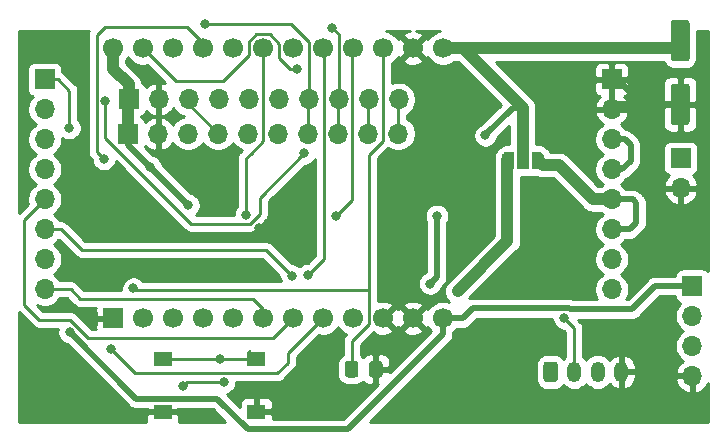
<source format=gbr>
%TF.GenerationSoftware,KiCad,Pcbnew,5.1.10*%
%TF.CreationDate,2021-11-02T12:22:44+00:00*%
%TF.ProjectId,BST900-ESP32,42535439-3030-42d4-9553-5033322e6b69,0.3*%
%TF.SameCoordinates,Original*%
%TF.FileFunction,Copper,L1,Top*%
%TF.FilePolarity,Positive*%
%FSLAX46Y46*%
G04 Gerber Fmt 4.6, Leading zero omitted, Abs format (unit mm)*
G04 Created by KiCad (PCBNEW 5.1.10) date 2021-11-02 12:22:44*
%MOMM*%
%LPD*%
G01*
G04 APERTURE LIST*
%TA.AperFunction,ComponentPad*%
%ADD10O,1.700000X1.700000*%
%TD*%
%TA.AperFunction,ComponentPad*%
%ADD11R,1.700000X1.700000*%
%TD*%
%TA.AperFunction,ComponentPad*%
%ADD12C,1.700000*%
%TD*%
%TA.AperFunction,SMDPad,CuDef*%
%ADD13R,1.000000X1.500000*%
%TD*%
%TA.AperFunction,SMDPad,CuDef*%
%ADD14C,0.100000*%
%TD*%
%TA.AperFunction,ComponentPad*%
%ADD15O,1.200000X1.750000*%
%TD*%
%TA.AperFunction,SMDPad,CuDef*%
%ADD16R,1.550000X1.300000*%
%TD*%
%TA.AperFunction,ViaPad*%
%ADD17C,0.800000*%
%TD*%
%TA.AperFunction,Conductor*%
%ADD18C,0.250000*%
%TD*%
%TA.AperFunction,Conductor*%
%ADD19C,0.500000*%
%TD*%
%TA.AperFunction,Conductor*%
%ADD20C,1.000000*%
%TD*%
%TA.AperFunction,Conductor*%
%ADD21C,0.254000*%
%TD*%
%TA.AperFunction,Conductor*%
%ADD22C,0.100000*%
%TD*%
G04 APERTURE END LIST*
%TO.P,D1,2*%
%TO.N,GPIO_27*%
%TA.AperFunction,SMDPad,CuDef*%
G36*
G01*
X142050000Y-91549999D02*
X142050000Y-92450001D01*
G75*
G02*
X141800001Y-92700000I-249999J0D01*
G01*
X141149999Y-92700000D01*
G75*
G02*
X140900000Y-92450001I0J249999D01*
G01*
X140900000Y-91549999D01*
G75*
G02*
X141149999Y-91300000I249999J0D01*
G01*
X141800001Y-91300000D01*
G75*
G02*
X142050000Y-91549999I0J-249999D01*
G01*
G37*
%TD.AperFunction*%
%TO.P,D1,1*%
%TO.N,GND*%
%TA.AperFunction,SMDPad,CuDef*%
G36*
G01*
X144100000Y-91549999D02*
X144100000Y-92450001D01*
G75*
G02*
X143850001Y-92700000I-249999J0D01*
G01*
X143199999Y-92700000D01*
G75*
G02*
X142950000Y-92450001I0J249999D01*
G01*
X142950000Y-91549999D01*
G75*
G02*
X143199999Y-91300000I249999J0D01*
G01*
X143850001Y-91300000D01*
G75*
G02*
X144100000Y-91549999I0J-249999D01*
G01*
G37*
%TD.AperFunction*%
%TD*%
D10*
%TO.P,J1,8*%
%TO.N,Fan_PWM*%
X115500000Y-85230000D03*
%TO.P,J1,7*%
%TO.N,CV_CC*%
X115500000Y-82690000D03*
%TO.P,J1,6*%
%TO.N,Enable*%
X115500000Y-80150000D03*
%TO.P,J1,5*%
%TO.N,Vout_PWM*%
X115500000Y-77610000D03*
%TO.P,J1,4*%
%TO.N,Iout_PWM*%
X115500000Y-75070000D03*
%TO.P,J1,3*%
%TO.N,Vin_sense*%
X115500000Y-72530000D03*
%TO.P,J1,2*%
%TO.N,Vout_sense*%
X115500000Y-69990000D03*
D11*
%TO.P,J1,1*%
%TO.N,Net-(J1-Pad1)*%
X115500000Y-67450000D03*
%TD*%
D10*
%TO.P,J4,10*%
%TO.N,ANALOGUE_3*%
X145450000Y-69150000D03*
%TO.P,J4,9*%
%TO.N,Vout_sense*%
X142910000Y-69150000D03*
%TO.P,J4,8*%
%TO.N,Iout_sense*%
X140370000Y-69150000D03*
%TO.P,J4,7*%
%TO.N,Vin_sense*%
X137830000Y-69150000D03*
%TO.P,J4,6*%
%TO.N,N/C*%
X135290000Y-69150000D03*
%TO.P,J4,5*%
X132750000Y-69150000D03*
%TO.P,J4,4*%
%TO.N,SDA*%
X130210000Y-69150000D03*
%TO.P,J4,3*%
%TO.N,SCL*%
X127670000Y-69150000D03*
%TO.P,J4,2*%
%TO.N,GND*%
X125130000Y-69150000D03*
D11*
%TO.P,J4,1*%
%TO.N,+3.3V*%
X122590000Y-69150000D03*
%TD*%
D10*
%TO.P,J6,8*%
%TO.N,N/C*%
X163500000Y-85230000D03*
%TO.P,J6,7*%
X163500000Y-82690000D03*
%TO.P,J6,6*%
%TO.N,Net-(J6-Pad5)*%
X163500000Y-80150000D03*
%TO.P,J6,5*%
X163500000Y-77610000D03*
%TO.P,J6,4*%
%TO.N,Net-(J6-Pad3)*%
X163500000Y-75070000D03*
%TO.P,J6,3*%
X163500000Y-72530000D03*
%TO.P,J6,2*%
%TO.N,GND*%
X163500000Y-69990000D03*
D11*
%TO.P,J6,1*%
X163500000Y-67450000D03*
%TD*%
D10*
%TO.P,J5,10*%
%TO.N,ANALOGUE_3*%
X145410000Y-72050000D03*
%TO.P,J5,9*%
%TO.N,Vout_sense*%
X142870000Y-72050000D03*
%TO.P,J5,8*%
%TO.N,Iout_sense*%
X140330000Y-72050000D03*
%TO.P,J5,7*%
%TO.N,Vin_sense*%
X137790000Y-72050000D03*
%TO.P,J5,6*%
%TO.N,N/C*%
X135250000Y-72050000D03*
%TO.P,J5,5*%
X132710000Y-72050000D03*
%TO.P,J5,4*%
%TO.N,SCL*%
X130170000Y-72050000D03*
%TO.P,J5,3*%
%TO.N,SDA*%
X127630000Y-72050000D03*
%TO.P,J5,2*%
%TO.N,GND*%
X125090000Y-72050000D03*
D11*
%TO.P,J5,1*%
%TO.N,+3.3V*%
X122550000Y-72050000D03*
%TD*%
D12*
%TO.P,U2,24*%
%TO.N,+3.3V*%
X121280000Y-64820000D03*
%TO.P,U2,23*%
%TO.N,ANALOGUE_3*%
X123820000Y-64820000D03*
%TO.P,U2,22*%
%TO.N,Vin_sense*%
X126360000Y-64820000D03*
%TO.P,U2,21*%
%TO.N,Iout_sense*%
X128900000Y-64820000D03*
%TO.P,U2,20*%
%TO.N,Vout_sense*%
X131440000Y-64820000D03*
%TO.P,U2,19*%
%TO.N,/GPIO_32*%
X133980000Y-64820000D03*
%TO.P,U2,18*%
%TO.N,/GPIO_33*%
X136520000Y-64820000D03*
%TO.P,U2,17*%
%TO.N,RS485_RX*%
X139060000Y-64820000D03*
%TO.P,U2,16*%
%TO.N,RS485_TX*%
X141600000Y-64820000D03*
%TO.P,U2,15*%
%TO.N,GPIO_27*%
X144140000Y-64820000D03*
%TO.P,U2,14*%
%TO.N,GND*%
X146680000Y-64820000D03*
%TO.P,U2,13*%
%TO.N,+5V*%
X149220000Y-64820000D03*
%TO.P,U2,12*%
%TO.N,+3.3V*%
X149220000Y-87680000D03*
%TO.P,U2,11*%
%TO.N,GND*%
X146680000Y-87680000D03*
%TO.P,U2,10*%
X144140000Y-87680000D03*
%TO.P,U2,9*%
%TO.N,Enable*%
X141600000Y-87680000D03*
%TO.P,U2,8*%
%TO.N,Iout_PWM*%
X139060000Y-87680000D03*
%TO.P,U2,7*%
%TO.N,Vout_PWM*%
X136520000Y-87680000D03*
%TO.P,U2,6*%
%TO.N,Fan_PWM*%
X133980000Y-87680000D03*
%TO.P,U2,5*%
%TO.N,RX485_ENA*%
X131440000Y-87680000D03*
%TO.P,U2,4*%
%TO.N,SCL*%
X128900000Y-87680000D03*
%TO.P,U2,3*%
%TO.N,SDA*%
X126360000Y-87680000D03*
%TO.P,U2,2*%
%TO.N,GND*%
X123820000Y-87680000D03*
D11*
%TO.P,U2,1*%
X121280000Y-87680000D03*
%TD*%
%TO.P,C2,2*%
%TO.N,GND*%
%TA.AperFunction,SMDPad,CuDef*%
G36*
G01*
X168750000Y-67825000D02*
X169850000Y-67825000D01*
G75*
G02*
X170100000Y-68075000I0J-250000D01*
G01*
X170100000Y-71075000D01*
G75*
G02*
X169850000Y-71325000I-250000J0D01*
G01*
X168750000Y-71325000D01*
G75*
G02*
X168500000Y-71075000I0J250000D01*
G01*
X168500000Y-68075000D01*
G75*
G02*
X168750000Y-67825000I250000J0D01*
G01*
G37*
%TD.AperFunction*%
%TO.P,C2,1*%
%TO.N,+5V*%
%TA.AperFunction,SMDPad,CuDef*%
G36*
G01*
X168750000Y-62425000D02*
X169850000Y-62425000D01*
G75*
G02*
X170100000Y-62675000I0J-250000D01*
G01*
X170100000Y-65675000D01*
G75*
G02*
X169850000Y-65925000I-250000J0D01*
G01*
X168750000Y-65925000D01*
G75*
G02*
X168500000Y-65675000I0J250000D01*
G01*
X168500000Y-62675000D01*
G75*
G02*
X168750000Y-62425000I250000J0D01*
G01*
G37*
%TD.AperFunction*%
%TD*%
D13*
%TO.P,JP2,2*%
%TO.N,+5V*%
X155975000Y-74325000D03*
%TA.AperFunction,SMDPad,CuDef*%
D14*
%TO.P,JP2,3*%
%TO.N,EXT_5V*%
G36*
X154675000Y-75074398D02*
G01*
X154650466Y-75074398D01*
X154601635Y-75069588D01*
X154553510Y-75060016D01*
X154506555Y-75045772D01*
X154461222Y-75026995D01*
X154417949Y-75003864D01*
X154377150Y-74976604D01*
X154339221Y-74945476D01*
X154304524Y-74910779D01*
X154273396Y-74872850D01*
X154246136Y-74832051D01*
X154223005Y-74788778D01*
X154204228Y-74743445D01*
X154189984Y-74696490D01*
X154180412Y-74648365D01*
X154175602Y-74599534D01*
X154175602Y-74575000D01*
X154175000Y-74575000D01*
X154175000Y-74075000D01*
X154175602Y-74075000D01*
X154175602Y-74050466D01*
X154180412Y-74001635D01*
X154189984Y-73953510D01*
X154204228Y-73906555D01*
X154223005Y-73861222D01*
X154246136Y-73817949D01*
X154273396Y-73777150D01*
X154304524Y-73739221D01*
X154339221Y-73704524D01*
X154377150Y-73673396D01*
X154417949Y-73646136D01*
X154461222Y-73623005D01*
X154506555Y-73604228D01*
X154553510Y-73589984D01*
X154601635Y-73580412D01*
X154650466Y-73575602D01*
X154675000Y-73575602D01*
X154675000Y-73575000D01*
X155225000Y-73575000D01*
X155225000Y-75075000D01*
X154675000Y-75075000D01*
X154675000Y-75074398D01*
G37*
%TD.AperFunction*%
%TA.AperFunction,SMDPad,CuDef*%
%TO.P,JP2,1*%
%TO.N,Net-(J6-Pad5)*%
G36*
X156725000Y-73575000D02*
G01*
X157275000Y-73575000D01*
X157275000Y-73575602D01*
X157299534Y-73575602D01*
X157348365Y-73580412D01*
X157396490Y-73589984D01*
X157443445Y-73604228D01*
X157488778Y-73623005D01*
X157532051Y-73646136D01*
X157572850Y-73673396D01*
X157610779Y-73704524D01*
X157645476Y-73739221D01*
X157676604Y-73777150D01*
X157703864Y-73817949D01*
X157726995Y-73861222D01*
X157745772Y-73906555D01*
X157760016Y-73953510D01*
X157769588Y-74001635D01*
X157774398Y-74050466D01*
X157774398Y-74075000D01*
X157775000Y-74075000D01*
X157775000Y-74575000D01*
X157774398Y-74575000D01*
X157774398Y-74599534D01*
X157769588Y-74648365D01*
X157760016Y-74696490D01*
X157745772Y-74743445D01*
X157726995Y-74788778D01*
X157703864Y-74832051D01*
X157676604Y-74872850D01*
X157645476Y-74910779D01*
X157610779Y-74945476D01*
X157572850Y-74976604D01*
X157532051Y-75003864D01*
X157488778Y-75026995D01*
X157443445Y-75045772D01*
X157396490Y-75060016D01*
X157348365Y-75069588D01*
X157299534Y-75074398D01*
X157275000Y-75074398D01*
X157275000Y-75075000D01*
X156725000Y-75075000D01*
X156725000Y-73575000D01*
G37*
%TD.AperFunction*%
%TD*%
D10*
%TO.P,J2,2*%
%TO.N,GND*%
X169350000Y-76665000D03*
D11*
%TO.P,J2,1*%
%TO.N,ANALOGUE_3*%
X169350000Y-74125000D03*
%TD*%
D15*
%TO.P,J3,4*%
%TO.N,GND*%
X164325000Y-92225000D03*
%TO.P,J3,3*%
%TO.N,Net-(J3-Pad3)*%
X162325000Y-92225000D03*
%TO.P,J3,2*%
%TO.N,Net-(J3-Pad2)*%
X160325000Y-92225000D03*
%TO.P,J3,1*%
%TO.N,EXT_5V*%
%TA.AperFunction,ComponentPad*%
G36*
G01*
X157725000Y-92850001D02*
X157725000Y-91599999D01*
G75*
G02*
X157974999Y-91350000I249999J0D01*
G01*
X158675001Y-91350000D01*
G75*
G02*
X158925000Y-91599999I0J-249999D01*
G01*
X158925000Y-92850001D01*
G75*
G02*
X158675001Y-93100000I-249999J0D01*
G01*
X157974999Y-93100000D01*
G75*
G02*
X157725000Y-92850001I0J249999D01*
G01*
G37*
%TD.AperFunction*%
%TD*%
D16*
%TO.P,SW1,2*%
%TO.N,GND*%
X133425000Y-95600000D03*
%TO.P,SW1,1*%
%TO.N,/GPIO_32*%
X133425000Y-91100000D03*
X125475000Y-91100000D03*
%TO.P,SW1,2*%
%TO.N,GND*%
X125475000Y-95600000D03*
%TD*%
D11*
%TO.P,J7,1*%
%TO.N,+3.3V*%
X170325000Y-84950000D03*
D10*
%TO.P,J7,2*%
%TO.N,SDA*%
X170325000Y-87490000D03*
%TO.P,J7,3*%
%TO.N,SCL*%
X170325000Y-90030000D03*
%TO.P,J7,4*%
%TO.N,GND*%
X170325000Y-92570000D03*
%TD*%
D17*
%TO.N,Vin_sense*%
X129100000Y-62800000D03*
%TO.N,GND*%
X122275000Y-79600000D03*
X135275000Y-81200000D03*
X157800000Y-80000000D03*
X150025000Y-68575000D03*
X157650000Y-66750000D03*
X151200000Y-91275000D03*
X138300000Y-92500000D03*
X116575000Y-92450000D03*
X150500000Y-72525000D03*
X144125000Y-79150000D03*
X133625000Y-80025000D03*
X129650000Y-78350000D03*
X127375000Y-80525000D03*
X127500000Y-83200000D03*
X133800000Y-83225000D03*
X115925000Y-65125000D03*
%TO.N,Iout_sense*%
X120500000Y-74200000D03*
X139825000Y-63100000D03*
%TO.N,Vout_sense*%
X137475000Y-73725000D03*
X120625000Y-69300000D03*
%TO.N,+3.3V*%
X148700000Y-79025000D03*
X148125000Y-84750000D03*
X127650000Y-78100000D03*
X124400000Y-74850000D03*
X117600000Y-88850000D03*
%TO.N,Enable*%
X136400000Y-84075000D03*
%TO.N,Iout_PWM*%
X121075000Y-90250000D03*
%TO.N,Net-(J1-Pad1)*%
X117575000Y-71575000D03*
%TO.N,ANALOGUE_3*%
X136850000Y-66600000D03*
X136850000Y-66600000D03*
%TO.N,SDA*%
X130675000Y-93075000D03*
X127200000Y-93400000D03*
%TO.N,+5V*%
X152800000Y-72200000D03*
%TO.N,Net-(J3-Pad2)*%
X159500000Y-87700000D03*
%TO.N,RS485_RX*%
X137800000Y-84025000D03*
%TO.N,RS485_TX*%
X140125000Y-79050000D03*
%TO.N,GPIO_27*%
X123000000Y-85150000D03*
%TO.N,/GPIO_32*%
X132525000Y-78950000D03*
X130375000Y-91100000D03*
%TO.N,EXT_5V*%
X150450000Y-85400000D03*
%TD*%
D18*
%TO.N,Vin_sense*%
X137790000Y-69190000D02*
X137830000Y-69150000D01*
X137790000Y-72050000D02*
X137790000Y-69190000D01*
X137830000Y-69150000D02*
X137830000Y-64305000D01*
X136325000Y-62800000D02*
X129100000Y-62800000D01*
X137830000Y-64305000D02*
X136325000Y-62800000D01*
D19*
%TO.N,GND*%
X163915000Y-69575000D02*
X163500000Y-69990000D01*
X163975000Y-67450000D02*
X166100000Y-69575000D01*
X163500000Y-67450000D02*
X163975000Y-67450000D01*
X166100000Y-69575000D02*
X163915000Y-69575000D01*
X169300000Y-69575000D02*
X166100000Y-69575000D01*
D18*
X150025000Y-72050000D02*
X150025000Y-68575000D01*
X150500000Y-72525000D02*
X150025000Y-72050000D01*
%TO.N,Iout_sense*%
X140330000Y-69190000D02*
X140370000Y-69150000D01*
X140330000Y-72050000D02*
X140330000Y-69190000D01*
X120500000Y-74200000D02*
X119900000Y-73600000D01*
X119900000Y-73600000D02*
X119900000Y-63675000D01*
X119900000Y-63675000D02*
X120575000Y-63000000D01*
X120575000Y-63000000D02*
X127500000Y-63000000D01*
X128900000Y-64400000D02*
X128900000Y-64820000D01*
X127500000Y-63000000D02*
X128900000Y-64400000D01*
X140370000Y-63645000D02*
X139825000Y-63100000D01*
X140370000Y-69150000D02*
X140370000Y-63645000D01*
%TO.N,Vout_sense*%
X142870000Y-69190000D02*
X142910000Y-69150000D01*
X142870000Y-72050000D02*
X142870000Y-69190000D01*
X137475000Y-73725000D02*
X133725000Y-77475000D01*
X120625000Y-72410002D02*
X120625000Y-69300000D01*
X127889999Y-79675001D02*
X120625000Y-72410002D01*
X132873001Y-79675001D02*
X127889999Y-79675001D01*
X133725000Y-78823002D02*
X132873001Y-79675001D01*
X133725000Y-77475000D02*
X133725000Y-78823002D01*
D19*
%TO.N,+3.3V*%
X148700000Y-79025000D02*
X148700000Y-84225000D01*
X148700000Y-84225000D02*
X148200000Y-84725000D01*
X148150000Y-84725000D02*
X148125000Y-84750000D01*
X148200000Y-84725000D02*
X148150000Y-84725000D01*
D20*
X122590000Y-69150000D02*
X122590000Y-67890000D01*
X121280000Y-66580000D02*
X121280000Y-64820000D01*
X122590000Y-67890000D02*
X121280000Y-66580000D01*
X122550000Y-69190000D02*
X122590000Y-69150000D01*
X122550000Y-72050000D02*
X122550000Y-69190000D01*
D19*
X170325000Y-84950000D02*
X167200000Y-84950000D01*
X167200000Y-84950000D02*
X165225000Y-86925000D01*
X159908001Y-86849999D02*
X151725001Y-86849999D01*
X159983002Y-86925000D02*
X159908001Y-86849999D01*
X165225000Y-86925000D02*
X159983002Y-86925000D01*
X150895000Y-87680000D02*
X149220000Y-87680000D01*
X151725001Y-86849999D02*
X150895000Y-87680000D01*
X122550000Y-73000000D02*
X122550000Y-72050000D01*
X127650000Y-78100000D02*
X124400000Y-74850000D01*
X124400000Y-74850000D02*
X122550000Y-73000000D01*
X130089997Y-94499999D02*
X132689998Y-97100000D01*
X123249999Y-94499999D02*
X130089997Y-94499999D01*
X117600000Y-88850000D02*
X123249999Y-94499999D01*
X132689998Y-97100000D02*
X141150000Y-97100000D01*
X149220000Y-89030000D02*
X149220000Y-87680000D01*
X141150000Y-97100000D02*
X149220000Y-89030000D01*
D18*
%TO.N,Fan_PWM*%
X133980000Y-87680000D02*
X133980000Y-86880000D01*
X133980000Y-86880000D02*
X133125000Y-86025000D01*
X133125000Y-86025000D02*
X118475000Y-86025000D01*
X117680000Y-85230000D02*
X115500000Y-85230000D01*
X118475000Y-86025000D02*
X117680000Y-85230000D01*
%TO.N,Enable*%
X115500000Y-80150000D02*
X116875000Y-80150000D01*
X116875000Y-80150000D02*
X118625000Y-81900000D01*
X134225000Y-81900000D02*
X136400000Y-84075000D01*
X118625000Y-81900000D02*
X134225000Y-81900000D01*
%TO.N,Vout_PWM*%
X136520000Y-87680000D02*
X134850000Y-89350000D01*
X134850000Y-89350000D02*
X119175000Y-89350000D01*
X119175000Y-89350000D02*
X117650000Y-87825000D01*
X117650000Y-87825000D02*
X115025000Y-87825000D01*
X115025000Y-87825000D02*
X113725000Y-86525000D01*
X113725000Y-79385000D02*
X115500000Y-77610000D01*
X113725000Y-86525000D02*
X113725000Y-79385000D01*
%TO.N,Iout_PWM*%
X139060000Y-87680000D02*
X136075000Y-90665000D01*
X136075000Y-90665000D02*
X136075000Y-91450000D01*
X136075000Y-91450000D02*
X135175000Y-92350000D01*
X135175000Y-92350000D02*
X123175000Y-92350000D01*
X123175000Y-92350000D02*
X121075000Y-90250000D01*
%TO.N,Net-(J1-Pad1)*%
X117575000Y-71575000D02*
X117575000Y-68425000D01*
X116600000Y-67450000D02*
X115500000Y-67450000D01*
X117575000Y-68425000D02*
X116600000Y-67450000D01*
%TO.N,ANALOGUE_3*%
X145410000Y-69190000D02*
X145450000Y-69150000D01*
X145410000Y-72050000D02*
X145410000Y-69190000D01*
X123820000Y-64820000D02*
X126625000Y-67625000D01*
X135344999Y-65660684D02*
X136284315Y-66600000D01*
X135344999Y-64445997D02*
X135344999Y-65660684D01*
X134544001Y-63644999D02*
X135344999Y-64445997D01*
X136284315Y-66600000D02*
X136850000Y-66600000D01*
X133415999Y-63644999D02*
X134544001Y-63644999D01*
X132804999Y-64255999D02*
X133415999Y-63644999D01*
X132804999Y-65384001D02*
X132804999Y-64255999D01*
X130564000Y-67625000D02*
X132804999Y-65384001D01*
X126625000Y-67625000D02*
X130564000Y-67625000D01*
%TO.N,SDA*%
X127525000Y-93075000D02*
X127200000Y-93400000D01*
X130675000Y-93075000D02*
X127525000Y-93075000D01*
D19*
%TO.N,SCL*%
X130170000Y-72050000D02*
X130170000Y-71650000D01*
D18*
X127670000Y-69550000D02*
X127670000Y-69150000D01*
X130170000Y-72050000D02*
X127670000Y-69550000D01*
D20*
%TO.N,+5V*%
X155975000Y-74325000D02*
X155975000Y-69850000D01*
X150945000Y-64820000D02*
X149220000Y-64820000D01*
X155975000Y-69850000D02*
X150945000Y-64820000D01*
X168655000Y-64820000D02*
X169300000Y-64175000D01*
X149220000Y-64820000D02*
X168655000Y-64820000D01*
D19*
X155150000Y-69850000D02*
X152800000Y-72200000D01*
X155975000Y-69850000D02*
X155150000Y-69850000D01*
D18*
%TO.N,Net-(J3-Pad2)*%
X160325000Y-88525000D02*
X160325000Y-92225000D01*
X159500000Y-87700000D02*
X160325000Y-88525000D01*
%TO.N,RS485_RX*%
X139154999Y-64914999D02*
X139060000Y-64820000D01*
X139154999Y-82670001D02*
X139154999Y-64914999D01*
X137800000Y-84025000D02*
X139154999Y-82670001D01*
%TO.N,RS485_TX*%
X141545001Y-64874999D02*
X141600000Y-64820000D01*
X141545001Y-77629999D02*
X141545001Y-64874999D01*
X140125000Y-79050000D02*
X141545001Y-77629999D01*
%TO.N,GPIO_27*%
X142964999Y-73835001D02*
X144140000Y-72660000D01*
X141475000Y-89650000D02*
X142964999Y-88160001D01*
X144140000Y-72660000D02*
X144140000Y-64820000D01*
X141475000Y-92000000D02*
X141475000Y-89650000D01*
X123160001Y-85310001D02*
X123000000Y-85150000D01*
X142964999Y-85310001D02*
X123160001Y-85310001D01*
X142964999Y-88160001D02*
X142964999Y-85310001D01*
X142964999Y-85310001D02*
X142964999Y-73835001D01*
D19*
%TO.N,Net-(J6-Pad5)*%
X163500000Y-77610000D02*
X165285000Y-77610000D01*
X165285000Y-77610000D02*
X165575000Y-77900000D01*
X165575000Y-77900000D02*
X165575000Y-79600000D01*
X165025000Y-80150000D02*
X163500000Y-80150000D01*
X165575000Y-79600000D02*
X165025000Y-80150000D01*
D20*
X163500000Y-77610000D02*
X161910000Y-77610000D01*
X161910000Y-77610000D02*
X159000000Y-74700000D01*
X157650000Y-74700000D02*
X157275000Y-74325000D01*
X159000000Y-74700000D02*
X157650000Y-74700000D01*
D19*
%TO.N,Net-(J6-Pad3)*%
X163500000Y-72530000D02*
X164630000Y-72530000D01*
X164630000Y-72530000D02*
X165100000Y-73000000D01*
X165100000Y-73000000D02*
X165100000Y-74375000D01*
X164405000Y-75070000D02*
X163500000Y-75070000D01*
X165100000Y-74375000D02*
X164405000Y-75070000D01*
D18*
%TO.N,/GPIO_32*%
X133980000Y-72695000D02*
X133980000Y-64820000D01*
X133425000Y-91100000D02*
X132804999Y-90479999D01*
X133425000Y-91100000D02*
X130375000Y-91100000D01*
X133425000Y-91100000D02*
X133875000Y-91100000D01*
X132525000Y-74150000D02*
X132937500Y-73737500D01*
X132937500Y-73737500D02*
X133980000Y-72695000D01*
X132525000Y-78950000D02*
X132525000Y-74150000D01*
X132804999Y-73870001D02*
X132937500Y-73737500D01*
X130375000Y-91100000D02*
X125475000Y-91100000D01*
D20*
%TO.N,EXT_5V*%
X154675000Y-81175000D02*
X154675000Y-74325000D01*
X150450000Y-85400000D02*
X154675000Y-81175000D01*
%TD*%
D21*
%TO.N,GND*%
X114461200Y-88336002D02*
X114484999Y-88365001D01*
X114600724Y-88459974D01*
X114732753Y-88530546D01*
X114876014Y-88574003D01*
X114987667Y-88585000D01*
X114987675Y-88585000D01*
X115025000Y-88588676D01*
X115062325Y-88585000D01*
X116597435Y-88585000D01*
X116565000Y-88748061D01*
X116565000Y-88951939D01*
X116604774Y-89151898D01*
X116682795Y-89340256D01*
X116796063Y-89509774D01*
X116940226Y-89653937D01*
X117109744Y-89767205D01*
X117298102Y-89845226D01*
X117354957Y-89856535D01*
X122593469Y-95095048D01*
X122621182Y-95128816D01*
X122654950Y-95156529D01*
X122654952Y-95156531D01*
X122726451Y-95215209D01*
X122755940Y-95239410D01*
X122909686Y-95321588D01*
X123076509Y-95372194D01*
X123206522Y-95384999D01*
X123206532Y-95384999D01*
X123249998Y-95389280D01*
X123293464Y-95384999D01*
X124135749Y-95384999D01*
X124223750Y-95473000D01*
X125348000Y-95473000D01*
X125348000Y-95453000D01*
X125602000Y-95453000D01*
X125602000Y-95473000D01*
X126726250Y-95473000D01*
X126814251Y-95384999D01*
X129723419Y-95384999D01*
X130786420Y-96448000D01*
X126853511Y-96448000D01*
X126875812Y-96374482D01*
X126888072Y-96250000D01*
X126885000Y-95885750D01*
X126726250Y-95727000D01*
X125602000Y-95727000D01*
X125602000Y-95747000D01*
X125348000Y-95747000D01*
X125348000Y-95727000D01*
X124223750Y-95727000D01*
X124065000Y-95885750D01*
X124061928Y-96250000D01*
X124074188Y-96374482D01*
X124096489Y-96448000D01*
X113302000Y-96448000D01*
X113302000Y-87176801D01*
X114461200Y-88336002D01*
%TA.AperFunction,Conductor*%
D22*
G36*
X114461200Y-88336002D02*
G01*
X114484999Y-88365001D01*
X114600724Y-88459974D01*
X114732753Y-88530546D01*
X114876014Y-88574003D01*
X114987667Y-88585000D01*
X114987675Y-88585000D01*
X115025000Y-88588676D01*
X115062325Y-88585000D01*
X116597435Y-88585000D01*
X116565000Y-88748061D01*
X116565000Y-88951939D01*
X116604774Y-89151898D01*
X116682795Y-89340256D01*
X116796063Y-89509774D01*
X116940226Y-89653937D01*
X117109744Y-89767205D01*
X117298102Y-89845226D01*
X117354957Y-89856535D01*
X122593469Y-95095048D01*
X122621182Y-95128816D01*
X122654950Y-95156529D01*
X122654952Y-95156531D01*
X122726451Y-95215209D01*
X122755940Y-95239410D01*
X122909686Y-95321588D01*
X123076509Y-95372194D01*
X123206522Y-95384999D01*
X123206532Y-95384999D01*
X123249998Y-95389280D01*
X123293464Y-95384999D01*
X124135749Y-95384999D01*
X124223750Y-95473000D01*
X125348000Y-95473000D01*
X125348000Y-95453000D01*
X125602000Y-95453000D01*
X125602000Y-95473000D01*
X126726250Y-95473000D01*
X126814251Y-95384999D01*
X129723419Y-95384999D01*
X130786420Y-96448000D01*
X126853511Y-96448000D01*
X126875812Y-96374482D01*
X126888072Y-96250000D01*
X126885000Y-95885750D01*
X126726250Y-95727000D01*
X125602000Y-95727000D01*
X125602000Y-95747000D01*
X125348000Y-95747000D01*
X125348000Y-95727000D01*
X124223750Y-95727000D01*
X124065000Y-95885750D01*
X124061928Y-96250000D01*
X124074188Y-96374482D01*
X124096489Y-96448000D01*
X113302000Y-96448000D01*
X113302000Y-87176801D01*
X114461200Y-88336002D01*
G37*
%TD.AperFunction*%
D21*
X168849188Y-85924482D02*
X168885498Y-86044180D01*
X168944463Y-86154494D01*
X169023815Y-86251185D01*
X169120506Y-86330537D01*
X169230820Y-86389502D01*
X169303380Y-86411513D01*
X169171525Y-86543368D01*
X169009010Y-86786589D01*
X168897068Y-87056842D01*
X168840000Y-87343740D01*
X168840000Y-87636260D01*
X168897068Y-87923158D01*
X169009010Y-88193411D01*
X169171525Y-88436632D01*
X169378368Y-88643475D01*
X169552760Y-88760000D01*
X169378368Y-88876525D01*
X169171525Y-89083368D01*
X169009010Y-89326589D01*
X168897068Y-89596842D01*
X168840000Y-89883740D01*
X168840000Y-90176260D01*
X168897068Y-90463158D01*
X169009010Y-90733411D01*
X169171525Y-90976632D01*
X169378368Y-91183475D01*
X169560534Y-91305195D01*
X169443645Y-91374822D01*
X169227412Y-91569731D01*
X169053359Y-91803080D01*
X168928175Y-92065901D01*
X168883524Y-92213110D01*
X169004845Y-92443000D01*
X170198000Y-92443000D01*
X170198000Y-92423000D01*
X170452000Y-92423000D01*
X170452000Y-92443000D01*
X170472000Y-92443000D01*
X170472000Y-92697000D01*
X170452000Y-92697000D01*
X170452000Y-93890814D01*
X170681891Y-94011481D01*
X170956252Y-93914157D01*
X171206355Y-93765178D01*
X171422588Y-93570269D01*
X171596641Y-93336920D01*
X171673000Y-93176606D01*
X171673000Y-96448000D01*
X143053578Y-96448000D01*
X149815051Y-89686528D01*
X149848817Y-89658817D01*
X149959411Y-89524059D01*
X150041589Y-89370313D01*
X150092195Y-89203490D01*
X150105000Y-89073477D01*
X150105000Y-89073467D01*
X150109281Y-89030001D01*
X150105000Y-88986535D01*
X150105000Y-88874656D01*
X150166632Y-88833475D01*
X150373475Y-88626632D01*
X150414656Y-88565000D01*
X150851531Y-88565000D01*
X150895000Y-88569281D01*
X150938469Y-88565000D01*
X150938477Y-88565000D01*
X151068490Y-88552195D01*
X151235313Y-88501589D01*
X151389059Y-88419411D01*
X151523817Y-88308817D01*
X151551534Y-88275044D01*
X152091580Y-87734999D01*
X158465000Y-87734999D01*
X158465000Y-87801939D01*
X158504774Y-88001898D01*
X158582795Y-88190256D01*
X158696063Y-88359774D01*
X158840226Y-88503937D01*
X159009744Y-88617205D01*
X159198102Y-88695226D01*
X159398061Y-88735000D01*
X159460198Y-88735000D01*
X159565000Y-88839802D01*
X159565001Y-90976066D01*
X159447498Y-91072498D01*
X159415809Y-91111111D01*
X159413405Y-91106613D01*
X159302962Y-90972038D01*
X159168387Y-90861595D01*
X159014851Y-90779528D01*
X158848255Y-90728992D01*
X158675001Y-90711928D01*
X157974999Y-90711928D01*
X157801745Y-90728992D01*
X157635149Y-90779528D01*
X157481613Y-90861595D01*
X157347038Y-90972038D01*
X157236595Y-91106613D01*
X157154528Y-91260149D01*
X157103992Y-91426745D01*
X157086928Y-91599999D01*
X157086928Y-92850001D01*
X157103992Y-93023255D01*
X157154528Y-93189851D01*
X157236595Y-93343387D01*
X157347038Y-93477962D01*
X157481613Y-93588405D01*
X157635149Y-93670472D01*
X157801745Y-93721008D01*
X157974999Y-93738072D01*
X158675001Y-93738072D01*
X158848255Y-93721008D01*
X159014851Y-93670472D01*
X159168387Y-93588405D01*
X159302962Y-93477962D01*
X159413405Y-93343387D01*
X159415810Y-93338888D01*
X159447499Y-93377502D01*
X159635552Y-93531833D01*
X159850100Y-93646511D01*
X160082899Y-93717130D01*
X160325000Y-93740975D01*
X160567102Y-93717130D01*
X160799901Y-93646511D01*
X161014449Y-93531833D01*
X161202502Y-93377502D01*
X161325001Y-93228237D01*
X161447499Y-93377502D01*
X161635552Y-93531833D01*
X161850100Y-93646511D01*
X162082899Y-93717130D01*
X162325000Y-93740975D01*
X162567102Y-93717130D01*
X162799901Y-93646511D01*
X163014449Y-93531833D01*
X163202502Y-93377502D01*
X163325481Y-93227652D01*
X163368693Y-93291725D01*
X163541526Y-93463078D01*
X163744467Y-93597421D01*
X163969718Y-93689591D01*
X164007391Y-93693462D01*
X164198000Y-93568731D01*
X164198000Y-92352000D01*
X164452000Y-92352000D01*
X164452000Y-93568731D01*
X164642609Y-93693462D01*
X164680282Y-93689591D01*
X164905533Y-93597421D01*
X165108474Y-93463078D01*
X165281307Y-93291725D01*
X165417390Y-93089946D01*
X165485752Y-92926890D01*
X168883524Y-92926890D01*
X168928175Y-93074099D01*
X169053359Y-93336920D01*
X169227412Y-93570269D01*
X169443645Y-93765178D01*
X169693748Y-93914157D01*
X169968109Y-94011481D01*
X170198000Y-93890814D01*
X170198000Y-92697000D01*
X169004845Y-92697000D01*
X168883524Y-92926890D01*
X165485752Y-92926890D01*
X165511493Y-92865496D01*
X165560000Y-92627000D01*
X165560000Y-92352000D01*
X164452000Y-92352000D01*
X164198000Y-92352000D01*
X164178000Y-92352000D01*
X164178000Y-92098000D01*
X164198000Y-92098000D01*
X164198000Y-90881269D01*
X164452000Y-90881269D01*
X164452000Y-92098000D01*
X165560000Y-92098000D01*
X165560000Y-91823000D01*
X165511493Y-91584504D01*
X165417390Y-91360054D01*
X165281307Y-91158275D01*
X165108474Y-90986922D01*
X164905533Y-90852579D01*
X164680282Y-90760409D01*
X164642609Y-90756538D01*
X164452000Y-90881269D01*
X164198000Y-90881269D01*
X164007391Y-90756538D01*
X163969718Y-90760409D01*
X163744467Y-90852579D01*
X163541526Y-90986922D01*
X163368693Y-91158275D01*
X163325481Y-91222348D01*
X163202502Y-91072498D01*
X163014448Y-90918167D01*
X162799900Y-90803489D01*
X162567101Y-90732870D01*
X162325000Y-90709025D01*
X162082898Y-90732870D01*
X161850099Y-90803489D01*
X161635551Y-90918167D01*
X161447498Y-91072498D01*
X161325000Y-91221763D01*
X161202502Y-91072498D01*
X161085000Y-90976067D01*
X161085000Y-88562322D01*
X161088676Y-88524999D01*
X161085000Y-88487676D01*
X161085000Y-88487667D01*
X161074003Y-88376014D01*
X161030546Y-88232753D01*
X160959974Y-88100724D01*
X160865001Y-87984999D01*
X160836004Y-87961202D01*
X160684802Y-87810000D01*
X165181531Y-87810000D01*
X165225000Y-87814281D01*
X165268469Y-87810000D01*
X165268477Y-87810000D01*
X165398490Y-87797195D01*
X165565313Y-87746589D01*
X165719059Y-87664411D01*
X165853817Y-87553817D01*
X165881534Y-87520044D01*
X167566579Y-85835000D01*
X168840375Y-85835000D01*
X168849188Y-85924482D01*
%TA.AperFunction,Conductor*%
D22*
G36*
X168849188Y-85924482D02*
G01*
X168885498Y-86044180D01*
X168944463Y-86154494D01*
X169023815Y-86251185D01*
X169120506Y-86330537D01*
X169230820Y-86389502D01*
X169303380Y-86411513D01*
X169171525Y-86543368D01*
X169009010Y-86786589D01*
X168897068Y-87056842D01*
X168840000Y-87343740D01*
X168840000Y-87636260D01*
X168897068Y-87923158D01*
X169009010Y-88193411D01*
X169171525Y-88436632D01*
X169378368Y-88643475D01*
X169552760Y-88760000D01*
X169378368Y-88876525D01*
X169171525Y-89083368D01*
X169009010Y-89326589D01*
X168897068Y-89596842D01*
X168840000Y-89883740D01*
X168840000Y-90176260D01*
X168897068Y-90463158D01*
X169009010Y-90733411D01*
X169171525Y-90976632D01*
X169378368Y-91183475D01*
X169560534Y-91305195D01*
X169443645Y-91374822D01*
X169227412Y-91569731D01*
X169053359Y-91803080D01*
X168928175Y-92065901D01*
X168883524Y-92213110D01*
X169004845Y-92443000D01*
X170198000Y-92443000D01*
X170198000Y-92423000D01*
X170452000Y-92423000D01*
X170452000Y-92443000D01*
X170472000Y-92443000D01*
X170472000Y-92697000D01*
X170452000Y-92697000D01*
X170452000Y-93890814D01*
X170681891Y-94011481D01*
X170956252Y-93914157D01*
X171206355Y-93765178D01*
X171422588Y-93570269D01*
X171596641Y-93336920D01*
X171673000Y-93176606D01*
X171673000Y-96448000D01*
X143053578Y-96448000D01*
X149815051Y-89686528D01*
X149848817Y-89658817D01*
X149959411Y-89524059D01*
X150041589Y-89370313D01*
X150092195Y-89203490D01*
X150105000Y-89073477D01*
X150105000Y-89073467D01*
X150109281Y-89030001D01*
X150105000Y-88986535D01*
X150105000Y-88874656D01*
X150166632Y-88833475D01*
X150373475Y-88626632D01*
X150414656Y-88565000D01*
X150851531Y-88565000D01*
X150895000Y-88569281D01*
X150938469Y-88565000D01*
X150938477Y-88565000D01*
X151068490Y-88552195D01*
X151235313Y-88501589D01*
X151389059Y-88419411D01*
X151523817Y-88308817D01*
X151551534Y-88275044D01*
X152091580Y-87734999D01*
X158465000Y-87734999D01*
X158465000Y-87801939D01*
X158504774Y-88001898D01*
X158582795Y-88190256D01*
X158696063Y-88359774D01*
X158840226Y-88503937D01*
X159009744Y-88617205D01*
X159198102Y-88695226D01*
X159398061Y-88735000D01*
X159460198Y-88735000D01*
X159565000Y-88839802D01*
X159565001Y-90976066D01*
X159447498Y-91072498D01*
X159415809Y-91111111D01*
X159413405Y-91106613D01*
X159302962Y-90972038D01*
X159168387Y-90861595D01*
X159014851Y-90779528D01*
X158848255Y-90728992D01*
X158675001Y-90711928D01*
X157974999Y-90711928D01*
X157801745Y-90728992D01*
X157635149Y-90779528D01*
X157481613Y-90861595D01*
X157347038Y-90972038D01*
X157236595Y-91106613D01*
X157154528Y-91260149D01*
X157103992Y-91426745D01*
X157086928Y-91599999D01*
X157086928Y-92850001D01*
X157103992Y-93023255D01*
X157154528Y-93189851D01*
X157236595Y-93343387D01*
X157347038Y-93477962D01*
X157481613Y-93588405D01*
X157635149Y-93670472D01*
X157801745Y-93721008D01*
X157974999Y-93738072D01*
X158675001Y-93738072D01*
X158848255Y-93721008D01*
X159014851Y-93670472D01*
X159168387Y-93588405D01*
X159302962Y-93477962D01*
X159413405Y-93343387D01*
X159415810Y-93338888D01*
X159447499Y-93377502D01*
X159635552Y-93531833D01*
X159850100Y-93646511D01*
X160082899Y-93717130D01*
X160325000Y-93740975D01*
X160567102Y-93717130D01*
X160799901Y-93646511D01*
X161014449Y-93531833D01*
X161202502Y-93377502D01*
X161325001Y-93228237D01*
X161447499Y-93377502D01*
X161635552Y-93531833D01*
X161850100Y-93646511D01*
X162082899Y-93717130D01*
X162325000Y-93740975D01*
X162567102Y-93717130D01*
X162799901Y-93646511D01*
X163014449Y-93531833D01*
X163202502Y-93377502D01*
X163325481Y-93227652D01*
X163368693Y-93291725D01*
X163541526Y-93463078D01*
X163744467Y-93597421D01*
X163969718Y-93689591D01*
X164007391Y-93693462D01*
X164198000Y-93568731D01*
X164198000Y-92352000D01*
X164452000Y-92352000D01*
X164452000Y-93568731D01*
X164642609Y-93693462D01*
X164680282Y-93689591D01*
X164905533Y-93597421D01*
X165108474Y-93463078D01*
X165281307Y-93291725D01*
X165417390Y-93089946D01*
X165485752Y-92926890D01*
X168883524Y-92926890D01*
X168928175Y-93074099D01*
X169053359Y-93336920D01*
X169227412Y-93570269D01*
X169443645Y-93765178D01*
X169693748Y-93914157D01*
X169968109Y-94011481D01*
X170198000Y-93890814D01*
X170198000Y-92697000D01*
X169004845Y-92697000D01*
X168883524Y-92926890D01*
X165485752Y-92926890D01*
X165511493Y-92865496D01*
X165560000Y-92627000D01*
X165560000Y-92352000D01*
X164452000Y-92352000D01*
X164198000Y-92352000D01*
X164178000Y-92352000D01*
X164178000Y-92098000D01*
X164198000Y-92098000D01*
X164198000Y-90881269D01*
X164452000Y-90881269D01*
X164452000Y-92098000D01*
X165560000Y-92098000D01*
X165560000Y-91823000D01*
X165511493Y-91584504D01*
X165417390Y-91360054D01*
X165281307Y-91158275D01*
X165108474Y-90986922D01*
X164905533Y-90852579D01*
X164680282Y-90760409D01*
X164642609Y-90756538D01*
X164452000Y-90881269D01*
X164198000Y-90881269D01*
X164007391Y-90756538D01*
X163969718Y-90760409D01*
X163744467Y-90852579D01*
X163541526Y-90986922D01*
X163368693Y-91158275D01*
X163325481Y-91222348D01*
X163202502Y-91072498D01*
X163014448Y-90918167D01*
X162799900Y-90803489D01*
X162567101Y-90732870D01*
X162325000Y-90709025D01*
X162082898Y-90732870D01*
X161850099Y-90803489D01*
X161635551Y-90918167D01*
X161447498Y-91072498D01*
X161325000Y-91221763D01*
X161202502Y-91072498D01*
X161085000Y-90976067D01*
X161085000Y-88562322D01*
X161088676Y-88524999D01*
X161085000Y-88487676D01*
X161085000Y-88487667D01*
X161074003Y-88376014D01*
X161030546Y-88232753D01*
X160959974Y-88100724D01*
X160865001Y-87984999D01*
X160836004Y-87961202D01*
X160684802Y-87810000D01*
X165181531Y-87810000D01*
X165225000Y-87814281D01*
X165268469Y-87810000D01*
X165268477Y-87810000D01*
X165398490Y-87797195D01*
X165565313Y-87746589D01*
X165719059Y-87664411D01*
X165853817Y-87553817D01*
X165881534Y-87520044D01*
X167566579Y-85835000D01*
X168840375Y-85835000D01*
X168849188Y-85924482D01*
G37*
%TD.AperFunction*%
D21*
X146321981Y-63371401D02*
X146046253Y-63469081D01*
X145908843Y-63542528D01*
X145831208Y-63791603D01*
X146680000Y-64640395D01*
X147528792Y-63791603D01*
X147451157Y-63542528D01*
X147187117Y-63416629D01*
X146932502Y-63352000D01*
X148988276Y-63352000D01*
X148786842Y-63392068D01*
X148516589Y-63504010D01*
X148273368Y-63666525D01*
X148066525Y-63873368D01*
X147950689Y-64046729D01*
X147708397Y-63971208D01*
X146859605Y-64820000D01*
X147708397Y-65668792D01*
X147950689Y-65593271D01*
X148066525Y-65766632D01*
X148273368Y-65973475D01*
X148516589Y-66135990D01*
X148786842Y-66247932D01*
X149073740Y-66305000D01*
X149366260Y-66305000D01*
X149653158Y-66247932D01*
X149923411Y-66135990D01*
X150166632Y-65973475D01*
X150185107Y-65955000D01*
X150474869Y-65955000D01*
X154134145Y-69614276D01*
X152554957Y-71193465D01*
X152498102Y-71204774D01*
X152309744Y-71282795D01*
X152140226Y-71396063D01*
X151996063Y-71540226D01*
X151882795Y-71709744D01*
X151804774Y-71898102D01*
X151765000Y-72098061D01*
X151765000Y-72301939D01*
X151804774Y-72501898D01*
X151882795Y-72690256D01*
X151996063Y-72859774D01*
X152140226Y-73003937D01*
X152309744Y-73117205D01*
X152498102Y-73195226D01*
X152698061Y-73235000D01*
X152901939Y-73235000D01*
X153101898Y-73195226D01*
X153290256Y-73117205D01*
X153459774Y-73003937D01*
X153603937Y-72859774D01*
X153717205Y-72690256D01*
X153795226Y-72501898D01*
X153806535Y-72445043D01*
X154840001Y-71411578D01*
X154840000Y-72936928D01*
X154675000Y-72936928D01*
X154650550Y-72939336D01*
X154625991Y-72939336D01*
X154501510Y-72951596D01*
X154405377Y-72970718D01*
X154285681Y-73007027D01*
X154195125Y-73044536D01*
X154084808Y-73103502D01*
X154003309Y-73157958D01*
X153906618Y-73237310D01*
X153837310Y-73306618D01*
X153757958Y-73403309D01*
X153703502Y-73484808D01*
X153644536Y-73595125D01*
X153607027Y-73685681D01*
X153570718Y-73805377D01*
X153551596Y-73901510D01*
X153539336Y-74025991D01*
X153539336Y-74050550D01*
X153536928Y-74075000D01*
X153536928Y-74575000D01*
X153539336Y-74599450D01*
X153539336Y-74624009D01*
X153540001Y-74630761D01*
X153540000Y-80704868D01*
X149608012Y-84636857D01*
X149501717Y-84766378D01*
X149396324Y-84963554D01*
X149331423Y-85177502D01*
X149309509Y-85400000D01*
X149331423Y-85622498D01*
X149396324Y-85836446D01*
X149501717Y-86033622D01*
X149643552Y-86206448D01*
X149745998Y-86290523D01*
X149653158Y-86252068D01*
X149366260Y-86195000D01*
X149073740Y-86195000D01*
X148786842Y-86252068D01*
X148516589Y-86364010D01*
X148273368Y-86526525D01*
X148066525Y-86733368D01*
X147950689Y-86906729D01*
X147708397Y-86831208D01*
X146859605Y-87680000D01*
X147708397Y-88528792D01*
X147950689Y-88453271D01*
X148066525Y-88626632D01*
X148219157Y-88779264D01*
X144723836Y-92274586D01*
X144576250Y-92127000D01*
X143652000Y-92127000D01*
X143652000Y-93176250D01*
X143737086Y-93261336D01*
X140783422Y-96215000D01*
X134837777Y-96215000D01*
X134835000Y-95885750D01*
X134676250Y-95727000D01*
X133552000Y-95727000D01*
X133552000Y-95747000D01*
X133298000Y-95747000D01*
X133298000Y-95727000D01*
X133278000Y-95727000D01*
X133278000Y-95473000D01*
X133298000Y-95473000D01*
X133298000Y-94473750D01*
X133552000Y-94473750D01*
X133552000Y-95473000D01*
X134676250Y-95473000D01*
X134835000Y-95314250D01*
X134838072Y-94950000D01*
X134825812Y-94825518D01*
X134789502Y-94705820D01*
X134730537Y-94595506D01*
X134651185Y-94498815D01*
X134554494Y-94419463D01*
X134444180Y-94360498D01*
X134324482Y-94324188D01*
X134200000Y-94311928D01*
X133710750Y-94315000D01*
X133552000Y-94473750D01*
X133298000Y-94473750D01*
X133139250Y-94315000D01*
X132650000Y-94311928D01*
X132525518Y-94324188D01*
X132405820Y-94360498D01*
X132295506Y-94419463D01*
X132198815Y-94498815D01*
X132119463Y-94595506D01*
X132060498Y-94705820D01*
X132024188Y-94825518D01*
X132011928Y-94950000D01*
X132013802Y-95172226D01*
X130922602Y-94081026D01*
X130976898Y-94070226D01*
X131165256Y-93992205D01*
X131334774Y-93878937D01*
X131478937Y-93734774D01*
X131592205Y-93565256D01*
X131670226Y-93376898D01*
X131710000Y-93176939D01*
X131710000Y-93110000D01*
X135137678Y-93110000D01*
X135175000Y-93113676D01*
X135212322Y-93110000D01*
X135212333Y-93110000D01*
X135323986Y-93099003D01*
X135467247Y-93055546D01*
X135599276Y-92984974D01*
X135715001Y-92890001D01*
X135738803Y-92860998D01*
X136586003Y-92013799D01*
X136615001Y-91990001D01*
X136709974Y-91874276D01*
X136780546Y-91742247D01*
X136824003Y-91598986D01*
X136835000Y-91487333D01*
X136835000Y-91487324D01*
X136838676Y-91450001D01*
X136835000Y-91412678D01*
X136835000Y-90979801D01*
X138693593Y-89121210D01*
X138913740Y-89165000D01*
X139206260Y-89165000D01*
X139493158Y-89107932D01*
X139763411Y-88995990D01*
X140006632Y-88833475D01*
X140213475Y-88626632D01*
X140330000Y-88452240D01*
X140446525Y-88626632D01*
X140653368Y-88833475D01*
X140896589Y-88995990D01*
X141008043Y-89042156D01*
X140963998Y-89086201D01*
X140935000Y-89109999D01*
X140911202Y-89138997D01*
X140911201Y-89138998D01*
X140840026Y-89225724D01*
X140769454Y-89357754D01*
X140742975Y-89445046D01*
X140725998Y-89501014D01*
X140717211Y-89590226D01*
X140711324Y-89650000D01*
X140715001Y-89687332D01*
X140715001Y-90780386D01*
X140656613Y-90811595D01*
X140522038Y-90922038D01*
X140411595Y-91056613D01*
X140329528Y-91210149D01*
X140278992Y-91376745D01*
X140261928Y-91549999D01*
X140261928Y-92450001D01*
X140278992Y-92623255D01*
X140329528Y-92789851D01*
X140411595Y-92943387D01*
X140522038Y-93077962D01*
X140656613Y-93188405D01*
X140810149Y-93270472D01*
X140976745Y-93321008D01*
X141149999Y-93338072D01*
X141800001Y-93338072D01*
X141973255Y-93321008D01*
X142139851Y-93270472D01*
X142293387Y-93188405D01*
X142427962Y-93077962D01*
X142433342Y-93071406D01*
X142498815Y-93151185D01*
X142595506Y-93230537D01*
X142705820Y-93289502D01*
X142825518Y-93325812D01*
X142950000Y-93338072D01*
X143239250Y-93335000D01*
X143398000Y-93176250D01*
X143398000Y-92127000D01*
X143378000Y-92127000D01*
X143378000Y-91873000D01*
X143398000Y-91873000D01*
X143398000Y-90823750D01*
X143652000Y-90823750D01*
X143652000Y-91873000D01*
X144576250Y-91873000D01*
X144735000Y-91714250D01*
X144738072Y-91300000D01*
X144725812Y-91175518D01*
X144689502Y-91055820D01*
X144630537Y-90945506D01*
X144551185Y-90848815D01*
X144454494Y-90769463D01*
X144344180Y-90710498D01*
X144224482Y-90674188D01*
X144100000Y-90661928D01*
X143810750Y-90665000D01*
X143652000Y-90823750D01*
X143398000Y-90823750D01*
X143239250Y-90665000D01*
X142950000Y-90661928D01*
X142825518Y-90674188D01*
X142705820Y-90710498D01*
X142595506Y-90769463D01*
X142498815Y-90848815D01*
X142433342Y-90928594D01*
X142427962Y-90922038D01*
X142293387Y-90811595D01*
X142235000Y-90780386D01*
X142235000Y-89964801D01*
X143338780Y-88861022D01*
X143368843Y-88957472D01*
X143632883Y-89083371D01*
X143916411Y-89155339D01*
X144208531Y-89170611D01*
X144498019Y-89128599D01*
X144773747Y-89030919D01*
X144911157Y-88957472D01*
X144988792Y-88708397D01*
X145831208Y-88708397D01*
X145908843Y-88957472D01*
X146172883Y-89083371D01*
X146456411Y-89155339D01*
X146748531Y-89170611D01*
X147038019Y-89128599D01*
X147313747Y-89030919D01*
X147451157Y-88957472D01*
X147528792Y-88708397D01*
X146680000Y-87859605D01*
X145831208Y-88708397D01*
X144988792Y-88708397D01*
X144140000Y-87859605D01*
X144125858Y-87873748D01*
X143946253Y-87694143D01*
X143960395Y-87680000D01*
X144319605Y-87680000D01*
X145168397Y-88528792D01*
X145410000Y-88453486D01*
X145651603Y-88528792D01*
X146500395Y-87680000D01*
X145651603Y-86831208D01*
X145410000Y-86906514D01*
X145168397Y-86831208D01*
X144319605Y-87680000D01*
X143960395Y-87680000D01*
X143946253Y-87665858D01*
X144125858Y-87486253D01*
X144140000Y-87500395D01*
X144988792Y-86651603D01*
X145831208Y-86651603D01*
X146680000Y-87500395D01*
X147528792Y-86651603D01*
X147451157Y-86402528D01*
X147187117Y-86276629D01*
X146903589Y-86204661D01*
X146611469Y-86189389D01*
X146321981Y-86231401D01*
X146046253Y-86329081D01*
X145908843Y-86402528D01*
X145831208Y-86651603D01*
X144988792Y-86651603D01*
X144911157Y-86402528D01*
X144647117Y-86276629D01*
X144363589Y-86204661D01*
X144071469Y-86189389D01*
X143781981Y-86231401D01*
X143724999Y-86251588D01*
X143724999Y-85347333D01*
X143728676Y-85310001D01*
X143724999Y-85272668D01*
X143724999Y-84648061D01*
X147090000Y-84648061D01*
X147090000Y-84851939D01*
X147129774Y-85051898D01*
X147207795Y-85240256D01*
X147321063Y-85409774D01*
X147465226Y-85553937D01*
X147634744Y-85667205D01*
X147823102Y-85745226D01*
X148023061Y-85785000D01*
X148226939Y-85785000D01*
X148426898Y-85745226D01*
X148615256Y-85667205D01*
X148784774Y-85553937D01*
X148928937Y-85409774D01*
X149042205Y-85240256D01*
X149117077Y-85059501D01*
X149295044Y-84881534D01*
X149328817Y-84853817D01*
X149439411Y-84719059D01*
X149521589Y-84565313D01*
X149572195Y-84398490D01*
X149585000Y-84268477D01*
X149585000Y-84268469D01*
X149589281Y-84225000D01*
X149585000Y-84181531D01*
X149585000Y-79563454D01*
X149617205Y-79515256D01*
X149695226Y-79326898D01*
X149735000Y-79126939D01*
X149735000Y-78923061D01*
X149695226Y-78723102D01*
X149617205Y-78534744D01*
X149503937Y-78365226D01*
X149359774Y-78221063D01*
X149190256Y-78107795D01*
X149001898Y-78029774D01*
X148801939Y-77990000D01*
X148598061Y-77990000D01*
X148398102Y-78029774D01*
X148209744Y-78107795D01*
X148040226Y-78221063D01*
X147896063Y-78365226D01*
X147782795Y-78534744D01*
X147704774Y-78723102D01*
X147665000Y-78923061D01*
X147665000Y-79126939D01*
X147704774Y-79326898D01*
X147782795Y-79515256D01*
X147815000Y-79563454D01*
X147815001Y-83758130D01*
X147634744Y-83832795D01*
X147465226Y-83946063D01*
X147321063Y-84090226D01*
X147207795Y-84259744D01*
X147129774Y-84448102D01*
X147090000Y-84648061D01*
X143724999Y-84648061D01*
X143724999Y-74149802D01*
X144588030Y-73286772D01*
X144706589Y-73365990D01*
X144976842Y-73477932D01*
X145263740Y-73535000D01*
X145556260Y-73535000D01*
X145843158Y-73477932D01*
X146113411Y-73365990D01*
X146356632Y-73203475D01*
X146563475Y-72996632D01*
X146725990Y-72753411D01*
X146837932Y-72483158D01*
X146895000Y-72196260D01*
X146895000Y-71903740D01*
X146837932Y-71616842D01*
X146725990Y-71346589D01*
X146563475Y-71103368D01*
X146356632Y-70896525D01*
X146170000Y-70771822D01*
X146170000Y-70454906D01*
X146396632Y-70303475D01*
X146603475Y-70096632D01*
X146765990Y-69853411D01*
X146877932Y-69583158D01*
X146935000Y-69296260D01*
X146935000Y-69003740D01*
X146877932Y-68716842D01*
X146765990Y-68446589D01*
X146603475Y-68203368D01*
X146396632Y-67996525D01*
X146153411Y-67834010D01*
X145883158Y-67722068D01*
X145596260Y-67665000D01*
X145303740Y-67665000D01*
X145016842Y-67722068D01*
X144900000Y-67770465D01*
X144900000Y-66098178D01*
X145086632Y-65973475D01*
X145211710Y-65848397D01*
X145831208Y-65848397D01*
X145908843Y-66097472D01*
X146172883Y-66223371D01*
X146456411Y-66295339D01*
X146748531Y-66310611D01*
X147038019Y-66268599D01*
X147313747Y-66170919D01*
X147451157Y-66097472D01*
X147528792Y-65848397D01*
X146680000Y-64999605D01*
X145831208Y-65848397D01*
X145211710Y-65848397D01*
X145293475Y-65766632D01*
X145409311Y-65593271D01*
X145651603Y-65668792D01*
X146500395Y-64820000D01*
X145651603Y-63971208D01*
X145409311Y-64046729D01*
X145293475Y-63873368D01*
X145086632Y-63666525D01*
X144843411Y-63504010D01*
X144573158Y-63392068D01*
X144371724Y-63352000D01*
X146455666Y-63352000D01*
X146321981Y-63371401D01*
%TA.AperFunction,Conductor*%
D22*
G36*
X146321981Y-63371401D02*
G01*
X146046253Y-63469081D01*
X145908843Y-63542528D01*
X145831208Y-63791603D01*
X146680000Y-64640395D01*
X147528792Y-63791603D01*
X147451157Y-63542528D01*
X147187117Y-63416629D01*
X146932502Y-63352000D01*
X148988276Y-63352000D01*
X148786842Y-63392068D01*
X148516589Y-63504010D01*
X148273368Y-63666525D01*
X148066525Y-63873368D01*
X147950689Y-64046729D01*
X147708397Y-63971208D01*
X146859605Y-64820000D01*
X147708397Y-65668792D01*
X147950689Y-65593271D01*
X148066525Y-65766632D01*
X148273368Y-65973475D01*
X148516589Y-66135990D01*
X148786842Y-66247932D01*
X149073740Y-66305000D01*
X149366260Y-66305000D01*
X149653158Y-66247932D01*
X149923411Y-66135990D01*
X150166632Y-65973475D01*
X150185107Y-65955000D01*
X150474869Y-65955000D01*
X154134145Y-69614276D01*
X152554957Y-71193465D01*
X152498102Y-71204774D01*
X152309744Y-71282795D01*
X152140226Y-71396063D01*
X151996063Y-71540226D01*
X151882795Y-71709744D01*
X151804774Y-71898102D01*
X151765000Y-72098061D01*
X151765000Y-72301939D01*
X151804774Y-72501898D01*
X151882795Y-72690256D01*
X151996063Y-72859774D01*
X152140226Y-73003937D01*
X152309744Y-73117205D01*
X152498102Y-73195226D01*
X152698061Y-73235000D01*
X152901939Y-73235000D01*
X153101898Y-73195226D01*
X153290256Y-73117205D01*
X153459774Y-73003937D01*
X153603937Y-72859774D01*
X153717205Y-72690256D01*
X153795226Y-72501898D01*
X153806535Y-72445043D01*
X154840001Y-71411578D01*
X154840000Y-72936928D01*
X154675000Y-72936928D01*
X154650550Y-72939336D01*
X154625991Y-72939336D01*
X154501510Y-72951596D01*
X154405377Y-72970718D01*
X154285681Y-73007027D01*
X154195125Y-73044536D01*
X154084808Y-73103502D01*
X154003309Y-73157958D01*
X153906618Y-73237310D01*
X153837310Y-73306618D01*
X153757958Y-73403309D01*
X153703502Y-73484808D01*
X153644536Y-73595125D01*
X153607027Y-73685681D01*
X153570718Y-73805377D01*
X153551596Y-73901510D01*
X153539336Y-74025991D01*
X153539336Y-74050550D01*
X153536928Y-74075000D01*
X153536928Y-74575000D01*
X153539336Y-74599450D01*
X153539336Y-74624009D01*
X153540001Y-74630761D01*
X153540000Y-80704868D01*
X149608012Y-84636857D01*
X149501717Y-84766378D01*
X149396324Y-84963554D01*
X149331423Y-85177502D01*
X149309509Y-85400000D01*
X149331423Y-85622498D01*
X149396324Y-85836446D01*
X149501717Y-86033622D01*
X149643552Y-86206448D01*
X149745998Y-86290523D01*
X149653158Y-86252068D01*
X149366260Y-86195000D01*
X149073740Y-86195000D01*
X148786842Y-86252068D01*
X148516589Y-86364010D01*
X148273368Y-86526525D01*
X148066525Y-86733368D01*
X147950689Y-86906729D01*
X147708397Y-86831208D01*
X146859605Y-87680000D01*
X147708397Y-88528792D01*
X147950689Y-88453271D01*
X148066525Y-88626632D01*
X148219157Y-88779264D01*
X144723836Y-92274586D01*
X144576250Y-92127000D01*
X143652000Y-92127000D01*
X143652000Y-93176250D01*
X143737086Y-93261336D01*
X140783422Y-96215000D01*
X134837777Y-96215000D01*
X134835000Y-95885750D01*
X134676250Y-95727000D01*
X133552000Y-95727000D01*
X133552000Y-95747000D01*
X133298000Y-95747000D01*
X133298000Y-95727000D01*
X133278000Y-95727000D01*
X133278000Y-95473000D01*
X133298000Y-95473000D01*
X133298000Y-94473750D01*
X133552000Y-94473750D01*
X133552000Y-95473000D01*
X134676250Y-95473000D01*
X134835000Y-95314250D01*
X134838072Y-94950000D01*
X134825812Y-94825518D01*
X134789502Y-94705820D01*
X134730537Y-94595506D01*
X134651185Y-94498815D01*
X134554494Y-94419463D01*
X134444180Y-94360498D01*
X134324482Y-94324188D01*
X134200000Y-94311928D01*
X133710750Y-94315000D01*
X133552000Y-94473750D01*
X133298000Y-94473750D01*
X133139250Y-94315000D01*
X132650000Y-94311928D01*
X132525518Y-94324188D01*
X132405820Y-94360498D01*
X132295506Y-94419463D01*
X132198815Y-94498815D01*
X132119463Y-94595506D01*
X132060498Y-94705820D01*
X132024188Y-94825518D01*
X132011928Y-94950000D01*
X132013802Y-95172226D01*
X130922602Y-94081026D01*
X130976898Y-94070226D01*
X131165256Y-93992205D01*
X131334774Y-93878937D01*
X131478937Y-93734774D01*
X131592205Y-93565256D01*
X131670226Y-93376898D01*
X131710000Y-93176939D01*
X131710000Y-93110000D01*
X135137678Y-93110000D01*
X135175000Y-93113676D01*
X135212322Y-93110000D01*
X135212333Y-93110000D01*
X135323986Y-93099003D01*
X135467247Y-93055546D01*
X135599276Y-92984974D01*
X135715001Y-92890001D01*
X135738803Y-92860998D01*
X136586003Y-92013799D01*
X136615001Y-91990001D01*
X136709974Y-91874276D01*
X136780546Y-91742247D01*
X136824003Y-91598986D01*
X136835000Y-91487333D01*
X136835000Y-91487324D01*
X136838676Y-91450001D01*
X136835000Y-91412678D01*
X136835000Y-90979801D01*
X138693593Y-89121210D01*
X138913740Y-89165000D01*
X139206260Y-89165000D01*
X139493158Y-89107932D01*
X139763411Y-88995990D01*
X140006632Y-88833475D01*
X140213475Y-88626632D01*
X140330000Y-88452240D01*
X140446525Y-88626632D01*
X140653368Y-88833475D01*
X140896589Y-88995990D01*
X141008043Y-89042156D01*
X140963998Y-89086201D01*
X140935000Y-89109999D01*
X140911202Y-89138997D01*
X140911201Y-89138998D01*
X140840026Y-89225724D01*
X140769454Y-89357754D01*
X140742975Y-89445046D01*
X140725998Y-89501014D01*
X140717211Y-89590226D01*
X140711324Y-89650000D01*
X140715001Y-89687332D01*
X140715001Y-90780386D01*
X140656613Y-90811595D01*
X140522038Y-90922038D01*
X140411595Y-91056613D01*
X140329528Y-91210149D01*
X140278992Y-91376745D01*
X140261928Y-91549999D01*
X140261928Y-92450001D01*
X140278992Y-92623255D01*
X140329528Y-92789851D01*
X140411595Y-92943387D01*
X140522038Y-93077962D01*
X140656613Y-93188405D01*
X140810149Y-93270472D01*
X140976745Y-93321008D01*
X141149999Y-93338072D01*
X141800001Y-93338072D01*
X141973255Y-93321008D01*
X142139851Y-93270472D01*
X142293387Y-93188405D01*
X142427962Y-93077962D01*
X142433342Y-93071406D01*
X142498815Y-93151185D01*
X142595506Y-93230537D01*
X142705820Y-93289502D01*
X142825518Y-93325812D01*
X142950000Y-93338072D01*
X143239250Y-93335000D01*
X143398000Y-93176250D01*
X143398000Y-92127000D01*
X143378000Y-92127000D01*
X143378000Y-91873000D01*
X143398000Y-91873000D01*
X143398000Y-90823750D01*
X143652000Y-90823750D01*
X143652000Y-91873000D01*
X144576250Y-91873000D01*
X144735000Y-91714250D01*
X144738072Y-91300000D01*
X144725812Y-91175518D01*
X144689502Y-91055820D01*
X144630537Y-90945506D01*
X144551185Y-90848815D01*
X144454494Y-90769463D01*
X144344180Y-90710498D01*
X144224482Y-90674188D01*
X144100000Y-90661928D01*
X143810750Y-90665000D01*
X143652000Y-90823750D01*
X143398000Y-90823750D01*
X143239250Y-90665000D01*
X142950000Y-90661928D01*
X142825518Y-90674188D01*
X142705820Y-90710498D01*
X142595506Y-90769463D01*
X142498815Y-90848815D01*
X142433342Y-90928594D01*
X142427962Y-90922038D01*
X142293387Y-90811595D01*
X142235000Y-90780386D01*
X142235000Y-89964801D01*
X143338780Y-88861022D01*
X143368843Y-88957472D01*
X143632883Y-89083371D01*
X143916411Y-89155339D01*
X144208531Y-89170611D01*
X144498019Y-89128599D01*
X144773747Y-89030919D01*
X144911157Y-88957472D01*
X144988792Y-88708397D01*
X145831208Y-88708397D01*
X145908843Y-88957472D01*
X146172883Y-89083371D01*
X146456411Y-89155339D01*
X146748531Y-89170611D01*
X147038019Y-89128599D01*
X147313747Y-89030919D01*
X147451157Y-88957472D01*
X147528792Y-88708397D01*
X146680000Y-87859605D01*
X145831208Y-88708397D01*
X144988792Y-88708397D01*
X144140000Y-87859605D01*
X144125858Y-87873748D01*
X143946253Y-87694143D01*
X143960395Y-87680000D01*
X144319605Y-87680000D01*
X145168397Y-88528792D01*
X145410000Y-88453486D01*
X145651603Y-88528792D01*
X146500395Y-87680000D01*
X145651603Y-86831208D01*
X145410000Y-86906514D01*
X145168397Y-86831208D01*
X144319605Y-87680000D01*
X143960395Y-87680000D01*
X143946253Y-87665858D01*
X144125858Y-87486253D01*
X144140000Y-87500395D01*
X144988792Y-86651603D01*
X145831208Y-86651603D01*
X146680000Y-87500395D01*
X147528792Y-86651603D01*
X147451157Y-86402528D01*
X147187117Y-86276629D01*
X146903589Y-86204661D01*
X146611469Y-86189389D01*
X146321981Y-86231401D01*
X146046253Y-86329081D01*
X145908843Y-86402528D01*
X145831208Y-86651603D01*
X144988792Y-86651603D01*
X144911157Y-86402528D01*
X144647117Y-86276629D01*
X144363589Y-86204661D01*
X144071469Y-86189389D01*
X143781981Y-86231401D01*
X143724999Y-86251588D01*
X143724999Y-85347333D01*
X143728676Y-85310001D01*
X143724999Y-85272668D01*
X143724999Y-84648061D01*
X147090000Y-84648061D01*
X147090000Y-84851939D01*
X147129774Y-85051898D01*
X147207795Y-85240256D01*
X147321063Y-85409774D01*
X147465226Y-85553937D01*
X147634744Y-85667205D01*
X147823102Y-85745226D01*
X148023061Y-85785000D01*
X148226939Y-85785000D01*
X148426898Y-85745226D01*
X148615256Y-85667205D01*
X148784774Y-85553937D01*
X148928937Y-85409774D01*
X149042205Y-85240256D01*
X149117077Y-85059501D01*
X149295044Y-84881534D01*
X149328817Y-84853817D01*
X149439411Y-84719059D01*
X149521589Y-84565313D01*
X149572195Y-84398490D01*
X149585000Y-84268477D01*
X149585000Y-84268469D01*
X149589281Y-84225000D01*
X149585000Y-84181531D01*
X149585000Y-79563454D01*
X149617205Y-79515256D01*
X149695226Y-79326898D01*
X149735000Y-79126939D01*
X149735000Y-78923061D01*
X149695226Y-78723102D01*
X149617205Y-78534744D01*
X149503937Y-78365226D01*
X149359774Y-78221063D01*
X149190256Y-78107795D01*
X149001898Y-78029774D01*
X148801939Y-77990000D01*
X148598061Y-77990000D01*
X148398102Y-78029774D01*
X148209744Y-78107795D01*
X148040226Y-78221063D01*
X147896063Y-78365226D01*
X147782795Y-78534744D01*
X147704774Y-78723102D01*
X147665000Y-78923061D01*
X147665000Y-79126939D01*
X147704774Y-79326898D01*
X147782795Y-79515256D01*
X147815000Y-79563454D01*
X147815001Y-83758130D01*
X147634744Y-83832795D01*
X147465226Y-83946063D01*
X147321063Y-84090226D01*
X147207795Y-84259744D01*
X147129774Y-84448102D01*
X147090000Y-84648061D01*
X143724999Y-84648061D01*
X143724999Y-74149802D01*
X144588030Y-73286772D01*
X144706589Y-73365990D01*
X144976842Y-73477932D01*
X145263740Y-73535000D01*
X145556260Y-73535000D01*
X145843158Y-73477932D01*
X146113411Y-73365990D01*
X146356632Y-73203475D01*
X146563475Y-72996632D01*
X146725990Y-72753411D01*
X146837932Y-72483158D01*
X146895000Y-72196260D01*
X146895000Y-71903740D01*
X146837932Y-71616842D01*
X146725990Y-71346589D01*
X146563475Y-71103368D01*
X146356632Y-70896525D01*
X146170000Y-70771822D01*
X146170000Y-70454906D01*
X146396632Y-70303475D01*
X146603475Y-70096632D01*
X146765990Y-69853411D01*
X146877932Y-69583158D01*
X146935000Y-69296260D01*
X146935000Y-69003740D01*
X146877932Y-68716842D01*
X146765990Y-68446589D01*
X146603475Y-68203368D01*
X146396632Y-67996525D01*
X146153411Y-67834010D01*
X145883158Y-67722068D01*
X145596260Y-67665000D01*
X145303740Y-67665000D01*
X145016842Y-67722068D01*
X144900000Y-67770465D01*
X144900000Y-66098178D01*
X145086632Y-65973475D01*
X145211710Y-65848397D01*
X145831208Y-65848397D01*
X145908843Y-66097472D01*
X146172883Y-66223371D01*
X146456411Y-66295339D01*
X146748531Y-66310611D01*
X147038019Y-66268599D01*
X147313747Y-66170919D01*
X147451157Y-66097472D01*
X147528792Y-65848397D01*
X146680000Y-64999605D01*
X145831208Y-65848397D01*
X145211710Y-65848397D01*
X145293475Y-65766632D01*
X145409311Y-65593271D01*
X145651603Y-65668792D01*
X146500395Y-64820000D01*
X145651603Y-63971208D01*
X145409311Y-64046729D01*
X145293475Y-63873368D01*
X145086632Y-63666525D01*
X144843411Y-63504010D01*
X144573158Y-63392068D01*
X144371724Y-63352000D01*
X146455666Y-63352000D01*
X146321981Y-63371401D01*
G37*
%TD.AperFunction*%
D21*
X117911201Y-86536002D02*
X117934999Y-86565001D01*
X118050724Y-86659974D01*
X118182753Y-86730546D01*
X118326014Y-86774003D01*
X118437667Y-86785000D01*
X118437675Y-86785000D01*
X118475000Y-86788676D01*
X118512325Y-86785000D01*
X119796360Y-86785000D01*
X119791928Y-86830000D01*
X119795000Y-87394250D01*
X119953750Y-87553000D01*
X121153000Y-87553000D01*
X121153000Y-87533000D01*
X121407000Y-87533000D01*
X121407000Y-87553000D01*
X121427000Y-87553000D01*
X121427000Y-87807000D01*
X121407000Y-87807000D01*
X121407000Y-87827000D01*
X121153000Y-87827000D01*
X121153000Y-87807000D01*
X119953750Y-87807000D01*
X119795000Y-87965750D01*
X119791928Y-88530000D01*
X119797837Y-88590000D01*
X119489802Y-88590000D01*
X118213804Y-87314003D01*
X118190001Y-87284999D01*
X118074276Y-87190026D01*
X117942247Y-87119454D01*
X117798986Y-87075997D01*
X117687333Y-87065000D01*
X117687322Y-87065000D01*
X117650000Y-87061324D01*
X117612678Y-87065000D01*
X115339802Y-87065000D01*
X114837905Y-86563104D01*
X115066842Y-86657932D01*
X115353740Y-86715000D01*
X115646260Y-86715000D01*
X115933158Y-86657932D01*
X116203411Y-86545990D01*
X116446632Y-86383475D01*
X116653475Y-86176632D01*
X116778178Y-85990000D01*
X117365199Y-85990000D01*
X117911201Y-86536002D01*
%TA.AperFunction,Conductor*%
D22*
G36*
X117911201Y-86536002D02*
G01*
X117934999Y-86565001D01*
X118050724Y-86659974D01*
X118182753Y-86730546D01*
X118326014Y-86774003D01*
X118437667Y-86785000D01*
X118437675Y-86785000D01*
X118475000Y-86788676D01*
X118512325Y-86785000D01*
X119796360Y-86785000D01*
X119791928Y-86830000D01*
X119795000Y-87394250D01*
X119953750Y-87553000D01*
X121153000Y-87553000D01*
X121153000Y-87533000D01*
X121407000Y-87533000D01*
X121407000Y-87553000D01*
X121427000Y-87553000D01*
X121427000Y-87807000D01*
X121407000Y-87807000D01*
X121407000Y-87827000D01*
X121153000Y-87827000D01*
X121153000Y-87807000D01*
X119953750Y-87807000D01*
X119795000Y-87965750D01*
X119791928Y-88530000D01*
X119797837Y-88590000D01*
X119489802Y-88590000D01*
X118213804Y-87314003D01*
X118190001Y-87284999D01*
X118074276Y-87190026D01*
X117942247Y-87119454D01*
X117798986Y-87075997D01*
X117687333Y-87065000D01*
X117687322Y-87065000D01*
X117650000Y-87061324D01*
X117612678Y-87065000D01*
X115339802Y-87065000D01*
X114837905Y-86563104D01*
X115066842Y-86657932D01*
X115353740Y-86715000D01*
X115646260Y-86715000D01*
X115933158Y-86657932D01*
X116203411Y-86545990D01*
X116446632Y-86383475D01*
X116653475Y-86176632D01*
X116778178Y-85990000D01*
X117365199Y-85990000D01*
X117911201Y-86536002D01*
G37*
%TD.AperFunction*%
D21*
X124013748Y-87665858D02*
X123999605Y-87680000D01*
X124013748Y-87694143D01*
X123834143Y-87873748D01*
X123820000Y-87859605D01*
X123805858Y-87873748D01*
X123626253Y-87694143D01*
X123640395Y-87680000D01*
X123626253Y-87665858D01*
X123805858Y-87486253D01*
X123820000Y-87500395D01*
X123834143Y-87486253D01*
X124013748Y-87665858D01*
%TA.AperFunction,Conductor*%
D22*
G36*
X124013748Y-87665858D02*
G01*
X123999605Y-87680000D01*
X124013748Y-87694143D01*
X123834143Y-87873748D01*
X123820000Y-87859605D01*
X123805858Y-87873748D01*
X123626253Y-87694143D01*
X123640395Y-87680000D01*
X123626253Y-87665858D01*
X123805858Y-87486253D01*
X123820000Y-87500395D01*
X123834143Y-87486253D01*
X124013748Y-87665858D01*
G37*
%TD.AperFunction*%
D21*
X156600518Y-75700812D02*
X156725000Y-75713072D01*
X157137588Y-75713072D01*
X157213553Y-75753676D01*
X157397282Y-75809410D01*
X157427501Y-75818577D01*
X157649999Y-75840491D01*
X157705751Y-75835000D01*
X158529869Y-75835000D01*
X161068009Y-78373141D01*
X161103551Y-78416449D01*
X161276377Y-78558284D01*
X161473553Y-78663676D01*
X161687501Y-78728577D01*
X161854248Y-78745000D01*
X161854257Y-78745000D01*
X161909999Y-78750490D01*
X161965741Y-78745000D01*
X162534893Y-78745000D01*
X162553368Y-78763475D01*
X162727760Y-78880000D01*
X162553368Y-78996525D01*
X162346525Y-79203368D01*
X162184010Y-79446589D01*
X162072068Y-79716842D01*
X162015000Y-80003740D01*
X162015000Y-80296260D01*
X162072068Y-80583158D01*
X162184010Y-80853411D01*
X162346525Y-81096632D01*
X162553368Y-81303475D01*
X162727760Y-81420000D01*
X162553368Y-81536525D01*
X162346525Y-81743368D01*
X162184010Y-81986589D01*
X162072068Y-82256842D01*
X162015000Y-82543740D01*
X162015000Y-82836260D01*
X162072068Y-83123158D01*
X162184010Y-83393411D01*
X162346525Y-83636632D01*
X162553368Y-83843475D01*
X162727760Y-83960000D01*
X162553368Y-84076525D01*
X162346525Y-84283368D01*
X162184010Y-84526589D01*
X162072068Y-84796842D01*
X162015000Y-85083740D01*
X162015000Y-85376260D01*
X162072068Y-85663158D01*
X162184010Y-85933411D01*
X162255230Y-86040000D01*
X160269998Y-86040000D01*
X160248314Y-86028410D01*
X160081491Y-85977804D01*
X159951478Y-85964999D01*
X159951470Y-85964999D01*
X159908001Y-85960718D01*
X159864532Y-85964999D01*
X151768470Y-85964999D01*
X151725001Y-85960718D01*
X151681532Y-85964999D01*
X151681524Y-85964999D01*
X151551511Y-85977804D01*
X151445024Y-86010107D01*
X155438141Y-82016991D01*
X155481449Y-81981449D01*
X155623284Y-81808623D01*
X155728676Y-81611447D01*
X155793577Y-81397499D01*
X155810000Y-81230752D01*
X155810000Y-81230743D01*
X155815490Y-81175001D01*
X155810000Y-81119259D01*
X155810000Y-75713072D01*
X156475000Y-75713072D01*
X156599482Y-75700812D01*
X156600000Y-75700655D01*
X156600518Y-75700812D01*
%TA.AperFunction,Conductor*%
D22*
G36*
X156600518Y-75700812D02*
G01*
X156725000Y-75713072D01*
X157137588Y-75713072D01*
X157213553Y-75753676D01*
X157397282Y-75809410D01*
X157427501Y-75818577D01*
X157649999Y-75840491D01*
X157705751Y-75835000D01*
X158529869Y-75835000D01*
X161068009Y-78373141D01*
X161103551Y-78416449D01*
X161276377Y-78558284D01*
X161473553Y-78663676D01*
X161687501Y-78728577D01*
X161854248Y-78745000D01*
X161854257Y-78745000D01*
X161909999Y-78750490D01*
X161965741Y-78745000D01*
X162534893Y-78745000D01*
X162553368Y-78763475D01*
X162727760Y-78880000D01*
X162553368Y-78996525D01*
X162346525Y-79203368D01*
X162184010Y-79446589D01*
X162072068Y-79716842D01*
X162015000Y-80003740D01*
X162015000Y-80296260D01*
X162072068Y-80583158D01*
X162184010Y-80853411D01*
X162346525Y-81096632D01*
X162553368Y-81303475D01*
X162727760Y-81420000D01*
X162553368Y-81536525D01*
X162346525Y-81743368D01*
X162184010Y-81986589D01*
X162072068Y-82256842D01*
X162015000Y-82543740D01*
X162015000Y-82836260D01*
X162072068Y-83123158D01*
X162184010Y-83393411D01*
X162346525Y-83636632D01*
X162553368Y-83843475D01*
X162727760Y-83960000D01*
X162553368Y-84076525D01*
X162346525Y-84283368D01*
X162184010Y-84526589D01*
X162072068Y-84796842D01*
X162015000Y-85083740D01*
X162015000Y-85376260D01*
X162072068Y-85663158D01*
X162184010Y-85933411D01*
X162255230Y-86040000D01*
X160269998Y-86040000D01*
X160248314Y-86028410D01*
X160081491Y-85977804D01*
X159951478Y-85964999D01*
X159951470Y-85964999D01*
X159908001Y-85960718D01*
X159864532Y-85964999D01*
X151768470Y-85964999D01*
X151725001Y-85960718D01*
X151681532Y-85964999D01*
X151681524Y-85964999D01*
X151551511Y-85977804D01*
X151445024Y-86010107D01*
X155438141Y-82016991D01*
X155481449Y-81981449D01*
X155623284Y-81808623D01*
X155728676Y-81611447D01*
X155793577Y-81397499D01*
X155810000Y-81230752D01*
X155810000Y-81230743D01*
X155815490Y-81175001D01*
X155810000Y-81119259D01*
X155810000Y-75713072D01*
X156475000Y-75713072D01*
X156599482Y-75700812D01*
X156600000Y-75700655D01*
X156600518Y-75700812D01*
G37*
%TD.AperFunction*%
D21*
X171673000Y-83705859D02*
X171626185Y-83648815D01*
X171529494Y-83569463D01*
X171419180Y-83510498D01*
X171299482Y-83474188D01*
X171175000Y-83461928D01*
X169475000Y-83461928D01*
X169350518Y-83474188D01*
X169230820Y-83510498D01*
X169120506Y-83569463D01*
X169023815Y-83648815D01*
X168944463Y-83745506D01*
X168885498Y-83855820D01*
X168849188Y-83975518D01*
X168840375Y-84065000D01*
X167243469Y-84065000D01*
X167200000Y-84060719D01*
X167156531Y-84065000D01*
X167156523Y-84065000D01*
X167026510Y-84077805D01*
X166859687Y-84128411D01*
X166705941Y-84210589D01*
X166604953Y-84293468D01*
X166604951Y-84293470D01*
X166571183Y-84321183D01*
X166543470Y-84354951D01*
X164858422Y-86040000D01*
X164744770Y-86040000D01*
X164815990Y-85933411D01*
X164927932Y-85663158D01*
X164985000Y-85376260D01*
X164985000Y-85083740D01*
X164927932Y-84796842D01*
X164815990Y-84526589D01*
X164653475Y-84283368D01*
X164446632Y-84076525D01*
X164272240Y-83960000D01*
X164446632Y-83843475D01*
X164653475Y-83636632D01*
X164815990Y-83393411D01*
X164927932Y-83123158D01*
X164985000Y-82836260D01*
X164985000Y-82543740D01*
X164927932Y-82256842D01*
X164815990Y-81986589D01*
X164653475Y-81743368D01*
X164446632Y-81536525D01*
X164272240Y-81420000D01*
X164446632Y-81303475D01*
X164653475Y-81096632D01*
X164694656Y-81035000D01*
X164981531Y-81035000D01*
X165025000Y-81039281D01*
X165068469Y-81035000D01*
X165068477Y-81035000D01*
X165198490Y-81022195D01*
X165365313Y-80971589D01*
X165519059Y-80889411D01*
X165653817Y-80778817D01*
X165681534Y-80745044D01*
X166170044Y-80256534D01*
X166203817Y-80228817D01*
X166314411Y-80094059D01*
X166396589Y-79940313D01*
X166447195Y-79773490D01*
X166460000Y-79643477D01*
X166460000Y-79643467D01*
X166464281Y-79600001D01*
X166460000Y-79556535D01*
X166460000Y-77943469D01*
X166464281Y-77900000D01*
X166460000Y-77856531D01*
X166460000Y-77856523D01*
X166447195Y-77726510D01*
X166396589Y-77559687D01*
X166314411Y-77405941D01*
X166203817Y-77271183D01*
X166170045Y-77243467D01*
X165948468Y-77021890D01*
X167908524Y-77021890D01*
X167953175Y-77169099D01*
X168078359Y-77431920D01*
X168252412Y-77665269D01*
X168468645Y-77860178D01*
X168718748Y-78009157D01*
X168993109Y-78106481D01*
X169223000Y-77985814D01*
X169223000Y-76792000D01*
X169477000Y-76792000D01*
X169477000Y-77985814D01*
X169706891Y-78106481D01*
X169981252Y-78009157D01*
X170231355Y-77860178D01*
X170447588Y-77665269D01*
X170621641Y-77431920D01*
X170746825Y-77169099D01*
X170791476Y-77021890D01*
X170670155Y-76792000D01*
X169477000Y-76792000D01*
X169223000Y-76792000D01*
X168029845Y-76792000D01*
X167908524Y-77021890D01*
X165948468Y-77021890D01*
X165941534Y-77014956D01*
X165913817Y-76981183D01*
X165779059Y-76870589D01*
X165625313Y-76788411D01*
X165458490Y-76737805D01*
X165328477Y-76725000D01*
X165328469Y-76725000D01*
X165285000Y-76720719D01*
X165241531Y-76725000D01*
X164694656Y-76725000D01*
X164653475Y-76663368D01*
X164446632Y-76456525D01*
X164272240Y-76340000D01*
X164446632Y-76223475D01*
X164653475Y-76016632D01*
X164734919Y-75894742D01*
X164745313Y-75891589D01*
X164899059Y-75809411D01*
X165033817Y-75698817D01*
X165061534Y-75665044D01*
X165695049Y-75031530D01*
X165728817Y-75003817D01*
X165761233Y-74964319D01*
X165839410Y-74869060D01*
X165839411Y-74869059D01*
X165921589Y-74715313D01*
X165972195Y-74548490D01*
X165985000Y-74418477D01*
X165985000Y-74418467D01*
X165989281Y-74375001D01*
X165985000Y-74331535D01*
X165985000Y-73275000D01*
X167861928Y-73275000D01*
X167861928Y-74975000D01*
X167874188Y-75099482D01*
X167910498Y-75219180D01*
X167969463Y-75329494D01*
X168048815Y-75426185D01*
X168145506Y-75505537D01*
X168255820Y-75564502D01*
X168336466Y-75588966D01*
X168252412Y-75664731D01*
X168078359Y-75898080D01*
X167953175Y-76160901D01*
X167908524Y-76308110D01*
X168029845Y-76538000D01*
X169223000Y-76538000D01*
X169223000Y-76518000D01*
X169477000Y-76518000D01*
X169477000Y-76538000D01*
X170670155Y-76538000D01*
X170791476Y-76308110D01*
X170746825Y-76160901D01*
X170621641Y-75898080D01*
X170447588Y-75664731D01*
X170363534Y-75588966D01*
X170444180Y-75564502D01*
X170554494Y-75505537D01*
X170651185Y-75426185D01*
X170730537Y-75329494D01*
X170789502Y-75219180D01*
X170825812Y-75099482D01*
X170838072Y-74975000D01*
X170838072Y-73275000D01*
X170825812Y-73150518D01*
X170789502Y-73030820D01*
X170730537Y-72920506D01*
X170651185Y-72823815D01*
X170554494Y-72744463D01*
X170444180Y-72685498D01*
X170324482Y-72649188D01*
X170200000Y-72636928D01*
X168500000Y-72636928D01*
X168375518Y-72649188D01*
X168255820Y-72685498D01*
X168145506Y-72744463D01*
X168048815Y-72823815D01*
X167969463Y-72920506D01*
X167910498Y-73030820D01*
X167874188Y-73150518D01*
X167861928Y-73275000D01*
X165985000Y-73275000D01*
X165985000Y-73043465D01*
X165989281Y-72999999D01*
X165985000Y-72956533D01*
X165985000Y-72956523D01*
X165972195Y-72826510D01*
X165921589Y-72659687D01*
X165839411Y-72505941D01*
X165728817Y-72371183D01*
X165695045Y-72343467D01*
X165286534Y-71934956D01*
X165258817Y-71901183D01*
X165124059Y-71790589D01*
X164970313Y-71708411D01*
X164803490Y-71657805D01*
X164696148Y-71647233D01*
X164653475Y-71583368D01*
X164446632Y-71376525D01*
X164369520Y-71325000D01*
X167861928Y-71325000D01*
X167874188Y-71449482D01*
X167910498Y-71569180D01*
X167969463Y-71679494D01*
X168048815Y-71776185D01*
X168145506Y-71855537D01*
X168255820Y-71914502D01*
X168375518Y-71950812D01*
X168500000Y-71963072D01*
X169014250Y-71960000D01*
X169173000Y-71801250D01*
X169173000Y-69702000D01*
X169427000Y-69702000D01*
X169427000Y-71801250D01*
X169585750Y-71960000D01*
X170100000Y-71963072D01*
X170224482Y-71950812D01*
X170344180Y-71914502D01*
X170454494Y-71855537D01*
X170551185Y-71776185D01*
X170630537Y-71679494D01*
X170689502Y-71569180D01*
X170725812Y-71449482D01*
X170738072Y-71325000D01*
X170735000Y-69860750D01*
X170576250Y-69702000D01*
X169427000Y-69702000D01*
X169173000Y-69702000D01*
X168023750Y-69702000D01*
X167865000Y-69860750D01*
X167861928Y-71325000D01*
X164369520Y-71325000D01*
X164264466Y-71254805D01*
X164381355Y-71185178D01*
X164597588Y-70990269D01*
X164771641Y-70756920D01*
X164896825Y-70494099D01*
X164941476Y-70346890D01*
X164820155Y-70117000D01*
X163627000Y-70117000D01*
X163627000Y-70137000D01*
X163373000Y-70137000D01*
X163373000Y-70117000D01*
X162179845Y-70117000D01*
X162058524Y-70346890D01*
X162103175Y-70494099D01*
X162228359Y-70756920D01*
X162402412Y-70990269D01*
X162618645Y-71185178D01*
X162735534Y-71254805D01*
X162553368Y-71376525D01*
X162346525Y-71583368D01*
X162184010Y-71826589D01*
X162072068Y-72096842D01*
X162015000Y-72383740D01*
X162015000Y-72676260D01*
X162072068Y-72963158D01*
X162184010Y-73233411D01*
X162346525Y-73476632D01*
X162553368Y-73683475D01*
X162727760Y-73800000D01*
X162553368Y-73916525D01*
X162346525Y-74123368D01*
X162184010Y-74366589D01*
X162072068Y-74636842D01*
X162015000Y-74923740D01*
X162015000Y-75216260D01*
X162072068Y-75503158D01*
X162184010Y-75773411D01*
X162346525Y-76016632D01*
X162553368Y-76223475D01*
X162727760Y-76340000D01*
X162553368Y-76456525D01*
X162534893Y-76475000D01*
X162380132Y-76475000D01*
X159841996Y-73936865D01*
X159806449Y-73893551D01*
X159633623Y-73751716D01*
X159436447Y-73646324D01*
X159222499Y-73581423D01*
X159055752Y-73565000D01*
X159055751Y-73565000D01*
X159000000Y-73559509D01*
X158944249Y-73565000D01*
X158289362Y-73565000D01*
X158246498Y-73484808D01*
X158192042Y-73403309D01*
X158112690Y-73306618D01*
X158043382Y-73237310D01*
X157946691Y-73157958D01*
X157865192Y-73103502D01*
X157754875Y-73044536D01*
X157664319Y-73007027D01*
X157544623Y-72970718D01*
X157448490Y-72951596D01*
X157324009Y-72939336D01*
X157299450Y-72939336D01*
X157275000Y-72936928D01*
X157110000Y-72936928D01*
X157110000Y-69905743D01*
X157115490Y-69849999D01*
X157110000Y-69794255D01*
X157110000Y-69794248D01*
X157095644Y-69648493D01*
X157093577Y-69627500D01*
X157056990Y-69506891D01*
X157028676Y-69413553D01*
X156923284Y-69216377D01*
X156781449Y-69043551D01*
X156738141Y-69008009D01*
X156030132Y-68300000D01*
X162011928Y-68300000D01*
X162024188Y-68424482D01*
X162060498Y-68544180D01*
X162119463Y-68654494D01*
X162198815Y-68751185D01*
X162295506Y-68830537D01*
X162405820Y-68889502D01*
X162486466Y-68913966D01*
X162402412Y-68989731D01*
X162228359Y-69223080D01*
X162103175Y-69485901D01*
X162058524Y-69633110D01*
X162179845Y-69863000D01*
X163373000Y-69863000D01*
X163373000Y-67577000D01*
X163627000Y-67577000D01*
X163627000Y-69863000D01*
X164820155Y-69863000D01*
X164941476Y-69633110D01*
X164896825Y-69485901D01*
X164771641Y-69223080D01*
X164597588Y-68989731D01*
X164513534Y-68913966D01*
X164594180Y-68889502D01*
X164704494Y-68830537D01*
X164801185Y-68751185D01*
X164880537Y-68654494D01*
X164939502Y-68544180D01*
X164975812Y-68424482D01*
X164988072Y-68300000D01*
X164985486Y-67825000D01*
X167861928Y-67825000D01*
X167865000Y-69289250D01*
X168023750Y-69448000D01*
X169173000Y-69448000D01*
X169173000Y-67348750D01*
X169427000Y-67348750D01*
X169427000Y-69448000D01*
X170576250Y-69448000D01*
X170735000Y-69289250D01*
X170738072Y-67825000D01*
X170725812Y-67700518D01*
X170689502Y-67580820D01*
X170630537Y-67470506D01*
X170551185Y-67373815D01*
X170454494Y-67294463D01*
X170344180Y-67235498D01*
X170224482Y-67199188D01*
X170100000Y-67186928D01*
X169585750Y-67190000D01*
X169427000Y-67348750D01*
X169173000Y-67348750D01*
X169014250Y-67190000D01*
X168500000Y-67186928D01*
X168375518Y-67199188D01*
X168255820Y-67235498D01*
X168145506Y-67294463D01*
X168048815Y-67373815D01*
X167969463Y-67470506D01*
X167910498Y-67580820D01*
X167874188Y-67700518D01*
X167861928Y-67825000D01*
X164985486Y-67825000D01*
X164985000Y-67735750D01*
X164826250Y-67577000D01*
X163627000Y-67577000D01*
X163373000Y-67577000D01*
X162173750Y-67577000D01*
X162015000Y-67735750D01*
X162011928Y-68300000D01*
X156030132Y-68300000D01*
X154330132Y-66600000D01*
X162011928Y-66600000D01*
X162015000Y-67164250D01*
X162173750Y-67323000D01*
X163373000Y-67323000D01*
X163373000Y-66123750D01*
X163627000Y-66123750D01*
X163627000Y-67323000D01*
X164826250Y-67323000D01*
X164985000Y-67164250D01*
X164988072Y-66600000D01*
X164975812Y-66475518D01*
X164939502Y-66355820D01*
X164880537Y-66245506D01*
X164801185Y-66148815D01*
X164704494Y-66069463D01*
X164594180Y-66010498D01*
X164474482Y-65974188D01*
X164350000Y-65961928D01*
X163785750Y-65965000D01*
X163627000Y-66123750D01*
X163373000Y-66123750D01*
X163214250Y-65965000D01*
X162650000Y-65961928D01*
X162525518Y-65974188D01*
X162405820Y-66010498D01*
X162295506Y-66069463D01*
X162198815Y-66148815D01*
X162119463Y-66245506D01*
X162060498Y-66355820D01*
X162024188Y-66475518D01*
X162011928Y-66600000D01*
X154330132Y-66600000D01*
X153685131Y-65955000D01*
X167911373Y-65955000D01*
X167929528Y-66014850D01*
X168011595Y-66168386D01*
X168122038Y-66302962D01*
X168256614Y-66413405D01*
X168410150Y-66495472D01*
X168576746Y-66546008D01*
X168750000Y-66563072D01*
X169850000Y-66563072D01*
X170023254Y-66546008D01*
X170189850Y-66495472D01*
X170343386Y-66413405D01*
X170477962Y-66302962D01*
X170588405Y-66168386D01*
X170670472Y-66014850D01*
X170721008Y-65848254D01*
X170738072Y-65675000D01*
X170738072Y-63352000D01*
X171673000Y-63352000D01*
X171673000Y-83705859D01*
%TA.AperFunction,Conductor*%
D22*
G36*
X171673000Y-83705859D02*
G01*
X171626185Y-83648815D01*
X171529494Y-83569463D01*
X171419180Y-83510498D01*
X171299482Y-83474188D01*
X171175000Y-83461928D01*
X169475000Y-83461928D01*
X169350518Y-83474188D01*
X169230820Y-83510498D01*
X169120506Y-83569463D01*
X169023815Y-83648815D01*
X168944463Y-83745506D01*
X168885498Y-83855820D01*
X168849188Y-83975518D01*
X168840375Y-84065000D01*
X167243469Y-84065000D01*
X167200000Y-84060719D01*
X167156531Y-84065000D01*
X167156523Y-84065000D01*
X167026510Y-84077805D01*
X166859687Y-84128411D01*
X166705941Y-84210589D01*
X166604953Y-84293468D01*
X166604951Y-84293470D01*
X166571183Y-84321183D01*
X166543470Y-84354951D01*
X164858422Y-86040000D01*
X164744770Y-86040000D01*
X164815990Y-85933411D01*
X164927932Y-85663158D01*
X164985000Y-85376260D01*
X164985000Y-85083740D01*
X164927932Y-84796842D01*
X164815990Y-84526589D01*
X164653475Y-84283368D01*
X164446632Y-84076525D01*
X164272240Y-83960000D01*
X164446632Y-83843475D01*
X164653475Y-83636632D01*
X164815990Y-83393411D01*
X164927932Y-83123158D01*
X164985000Y-82836260D01*
X164985000Y-82543740D01*
X164927932Y-82256842D01*
X164815990Y-81986589D01*
X164653475Y-81743368D01*
X164446632Y-81536525D01*
X164272240Y-81420000D01*
X164446632Y-81303475D01*
X164653475Y-81096632D01*
X164694656Y-81035000D01*
X164981531Y-81035000D01*
X165025000Y-81039281D01*
X165068469Y-81035000D01*
X165068477Y-81035000D01*
X165198490Y-81022195D01*
X165365313Y-80971589D01*
X165519059Y-80889411D01*
X165653817Y-80778817D01*
X165681534Y-80745044D01*
X166170044Y-80256534D01*
X166203817Y-80228817D01*
X166314411Y-80094059D01*
X166396589Y-79940313D01*
X166447195Y-79773490D01*
X166460000Y-79643477D01*
X166460000Y-79643467D01*
X166464281Y-79600001D01*
X166460000Y-79556535D01*
X166460000Y-77943469D01*
X166464281Y-77900000D01*
X166460000Y-77856531D01*
X166460000Y-77856523D01*
X166447195Y-77726510D01*
X166396589Y-77559687D01*
X166314411Y-77405941D01*
X166203817Y-77271183D01*
X166170045Y-77243467D01*
X165948468Y-77021890D01*
X167908524Y-77021890D01*
X167953175Y-77169099D01*
X168078359Y-77431920D01*
X168252412Y-77665269D01*
X168468645Y-77860178D01*
X168718748Y-78009157D01*
X168993109Y-78106481D01*
X169223000Y-77985814D01*
X169223000Y-76792000D01*
X169477000Y-76792000D01*
X169477000Y-77985814D01*
X169706891Y-78106481D01*
X169981252Y-78009157D01*
X170231355Y-77860178D01*
X170447588Y-77665269D01*
X170621641Y-77431920D01*
X170746825Y-77169099D01*
X170791476Y-77021890D01*
X170670155Y-76792000D01*
X169477000Y-76792000D01*
X169223000Y-76792000D01*
X168029845Y-76792000D01*
X167908524Y-77021890D01*
X165948468Y-77021890D01*
X165941534Y-77014956D01*
X165913817Y-76981183D01*
X165779059Y-76870589D01*
X165625313Y-76788411D01*
X165458490Y-76737805D01*
X165328477Y-76725000D01*
X165328469Y-76725000D01*
X165285000Y-76720719D01*
X165241531Y-76725000D01*
X164694656Y-76725000D01*
X164653475Y-76663368D01*
X164446632Y-76456525D01*
X164272240Y-76340000D01*
X164446632Y-76223475D01*
X164653475Y-76016632D01*
X164734919Y-75894742D01*
X164745313Y-75891589D01*
X164899059Y-75809411D01*
X165033817Y-75698817D01*
X165061534Y-75665044D01*
X165695049Y-75031530D01*
X165728817Y-75003817D01*
X165761233Y-74964319D01*
X165839410Y-74869060D01*
X165839411Y-74869059D01*
X165921589Y-74715313D01*
X165972195Y-74548490D01*
X165985000Y-74418477D01*
X165985000Y-74418467D01*
X165989281Y-74375001D01*
X165985000Y-74331535D01*
X165985000Y-73275000D01*
X167861928Y-73275000D01*
X167861928Y-74975000D01*
X167874188Y-75099482D01*
X167910498Y-75219180D01*
X167969463Y-75329494D01*
X168048815Y-75426185D01*
X168145506Y-75505537D01*
X168255820Y-75564502D01*
X168336466Y-75588966D01*
X168252412Y-75664731D01*
X168078359Y-75898080D01*
X167953175Y-76160901D01*
X167908524Y-76308110D01*
X168029845Y-76538000D01*
X169223000Y-76538000D01*
X169223000Y-76518000D01*
X169477000Y-76518000D01*
X169477000Y-76538000D01*
X170670155Y-76538000D01*
X170791476Y-76308110D01*
X170746825Y-76160901D01*
X170621641Y-75898080D01*
X170447588Y-75664731D01*
X170363534Y-75588966D01*
X170444180Y-75564502D01*
X170554494Y-75505537D01*
X170651185Y-75426185D01*
X170730537Y-75329494D01*
X170789502Y-75219180D01*
X170825812Y-75099482D01*
X170838072Y-74975000D01*
X170838072Y-73275000D01*
X170825812Y-73150518D01*
X170789502Y-73030820D01*
X170730537Y-72920506D01*
X170651185Y-72823815D01*
X170554494Y-72744463D01*
X170444180Y-72685498D01*
X170324482Y-72649188D01*
X170200000Y-72636928D01*
X168500000Y-72636928D01*
X168375518Y-72649188D01*
X168255820Y-72685498D01*
X168145506Y-72744463D01*
X168048815Y-72823815D01*
X167969463Y-72920506D01*
X167910498Y-73030820D01*
X167874188Y-73150518D01*
X167861928Y-73275000D01*
X165985000Y-73275000D01*
X165985000Y-73043465D01*
X165989281Y-72999999D01*
X165985000Y-72956533D01*
X165985000Y-72956523D01*
X165972195Y-72826510D01*
X165921589Y-72659687D01*
X165839411Y-72505941D01*
X165728817Y-72371183D01*
X165695045Y-72343467D01*
X165286534Y-71934956D01*
X165258817Y-71901183D01*
X165124059Y-71790589D01*
X164970313Y-71708411D01*
X164803490Y-71657805D01*
X164696148Y-71647233D01*
X164653475Y-71583368D01*
X164446632Y-71376525D01*
X164369520Y-71325000D01*
X167861928Y-71325000D01*
X167874188Y-71449482D01*
X167910498Y-71569180D01*
X167969463Y-71679494D01*
X168048815Y-71776185D01*
X168145506Y-71855537D01*
X168255820Y-71914502D01*
X168375518Y-71950812D01*
X168500000Y-71963072D01*
X169014250Y-71960000D01*
X169173000Y-71801250D01*
X169173000Y-69702000D01*
X169427000Y-69702000D01*
X169427000Y-71801250D01*
X169585750Y-71960000D01*
X170100000Y-71963072D01*
X170224482Y-71950812D01*
X170344180Y-71914502D01*
X170454494Y-71855537D01*
X170551185Y-71776185D01*
X170630537Y-71679494D01*
X170689502Y-71569180D01*
X170725812Y-71449482D01*
X170738072Y-71325000D01*
X170735000Y-69860750D01*
X170576250Y-69702000D01*
X169427000Y-69702000D01*
X169173000Y-69702000D01*
X168023750Y-69702000D01*
X167865000Y-69860750D01*
X167861928Y-71325000D01*
X164369520Y-71325000D01*
X164264466Y-71254805D01*
X164381355Y-71185178D01*
X164597588Y-70990269D01*
X164771641Y-70756920D01*
X164896825Y-70494099D01*
X164941476Y-70346890D01*
X164820155Y-70117000D01*
X163627000Y-70117000D01*
X163627000Y-70137000D01*
X163373000Y-70137000D01*
X163373000Y-70117000D01*
X162179845Y-70117000D01*
X162058524Y-70346890D01*
X162103175Y-70494099D01*
X162228359Y-70756920D01*
X162402412Y-70990269D01*
X162618645Y-71185178D01*
X162735534Y-71254805D01*
X162553368Y-71376525D01*
X162346525Y-71583368D01*
X162184010Y-71826589D01*
X162072068Y-72096842D01*
X162015000Y-72383740D01*
X162015000Y-72676260D01*
X162072068Y-72963158D01*
X162184010Y-73233411D01*
X162346525Y-73476632D01*
X162553368Y-73683475D01*
X162727760Y-73800000D01*
X162553368Y-73916525D01*
X162346525Y-74123368D01*
X162184010Y-74366589D01*
X162072068Y-74636842D01*
X162015000Y-74923740D01*
X162015000Y-75216260D01*
X162072068Y-75503158D01*
X162184010Y-75773411D01*
X162346525Y-76016632D01*
X162553368Y-76223475D01*
X162727760Y-76340000D01*
X162553368Y-76456525D01*
X162534893Y-76475000D01*
X162380132Y-76475000D01*
X159841996Y-73936865D01*
X159806449Y-73893551D01*
X159633623Y-73751716D01*
X159436447Y-73646324D01*
X159222499Y-73581423D01*
X159055752Y-73565000D01*
X159055751Y-73565000D01*
X159000000Y-73559509D01*
X158944249Y-73565000D01*
X158289362Y-73565000D01*
X158246498Y-73484808D01*
X158192042Y-73403309D01*
X158112690Y-73306618D01*
X158043382Y-73237310D01*
X157946691Y-73157958D01*
X157865192Y-73103502D01*
X157754875Y-73044536D01*
X157664319Y-73007027D01*
X157544623Y-72970718D01*
X157448490Y-72951596D01*
X157324009Y-72939336D01*
X157299450Y-72939336D01*
X157275000Y-72936928D01*
X157110000Y-72936928D01*
X157110000Y-69905743D01*
X157115490Y-69849999D01*
X157110000Y-69794255D01*
X157110000Y-69794248D01*
X157095644Y-69648493D01*
X157093577Y-69627500D01*
X157056990Y-69506891D01*
X157028676Y-69413553D01*
X156923284Y-69216377D01*
X156781449Y-69043551D01*
X156738141Y-69008009D01*
X156030132Y-68300000D01*
X162011928Y-68300000D01*
X162024188Y-68424482D01*
X162060498Y-68544180D01*
X162119463Y-68654494D01*
X162198815Y-68751185D01*
X162295506Y-68830537D01*
X162405820Y-68889502D01*
X162486466Y-68913966D01*
X162402412Y-68989731D01*
X162228359Y-69223080D01*
X162103175Y-69485901D01*
X162058524Y-69633110D01*
X162179845Y-69863000D01*
X163373000Y-69863000D01*
X163373000Y-67577000D01*
X163627000Y-67577000D01*
X163627000Y-69863000D01*
X164820155Y-69863000D01*
X164941476Y-69633110D01*
X164896825Y-69485901D01*
X164771641Y-69223080D01*
X164597588Y-68989731D01*
X164513534Y-68913966D01*
X164594180Y-68889502D01*
X164704494Y-68830537D01*
X164801185Y-68751185D01*
X164880537Y-68654494D01*
X164939502Y-68544180D01*
X164975812Y-68424482D01*
X164988072Y-68300000D01*
X164985486Y-67825000D01*
X167861928Y-67825000D01*
X167865000Y-69289250D01*
X168023750Y-69448000D01*
X169173000Y-69448000D01*
X169173000Y-67348750D01*
X169427000Y-67348750D01*
X169427000Y-69448000D01*
X170576250Y-69448000D01*
X170735000Y-69289250D01*
X170738072Y-67825000D01*
X170725812Y-67700518D01*
X170689502Y-67580820D01*
X170630537Y-67470506D01*
X170551185Y-67373815D01*
X170454494Y-67294463D01*
X170344180Y-67235498D01*
X170224482Y-67199188D01*
X170100000Y-67186928D01*
X169585750Y-67190000D01*
X169427000Y-67348750D01*
X169173000Y-67348750D01*
X169014250Y-67190000D01*
X168500000Y-67186928D01*
X168375518Y-67199188D01*
X168255820Y-67235498D01*
X168145506Y-67294463D01*
X168048815Y-67373815D01*
X167969463Y-67470506D01*
X167910498Y-67580820D01*
X167874188Y-67700518D01*
X167861928Y-67825000D01*
X164985486Y-67825000D01*
X164985000Y-67735750D01*
X164826250Y-67577000D01*
X163627000Y-67577000D01*
X163373000Y-67577000D01*
X162173750Y-67577000D01*
X162015000Y-67735750D01*
X162011928Y-68300000D01*
X156030132Y-68300000D01*
X154330132Y-66600000D01*
X162011928Y-66600000D01*
X162015000Y-67164250D01*
X162173750Y-67323000D01*
X163373000Y-67323000D01*
X163373000Y-66123750D01*
X163627000Y-66123750D01*
X163627000Y-67323000D01*
X164826250Y-67323000D01*
X164985000Y-67164250D01*
X164988072Y-66600000D01*
X164975812Y-66475518D01*
X164939502Y-66355820D01*
X164880537Y-66245506D01*
X164801185Y-66148815D01*
X164704494Y-66069463D01*
X164594180Y-66010498D01*
X164474482Y-65974188D01*
X164350000Y-65961928D01*
X163785750Y-65965000D01*
X163627000Y-66123750D01*
X163373000Y-66123750D01*
X163214250Y-65965000D01*
X162650000Y-65961928D01*
X162525518Y-65974188D01*
X162405820Y-66010498D01*
X162295506Y-66069463D01*
X162198815Y-66148815D01*
X162119463Y-66245506D01*
X162060498Y-66355820D01*
X162024188Y-66475518D01*
X162011928Y-66600000D01*
X154330132Y-66600000D01*
X153685131Y-65955000D01*
X167911373Y-65955000D01*
X167929528Y-66014850D01*
X168011595Y-66168386D01*
X168122038Y-66302962D01*
X168256614Y-66413405D01*
X168410150Y-66495472D01*
X168576746Y-66546008D01*
X168750000Y-66563072D01*
X169850000Y-66563072D01*
X170023254Y-66546008D01*
X170189850Y-66495472D01*
X170343386Y-66413405D01*
X170477962Y-66302962D01*
X170588405Y-66168386D01*
X170670472Y-66014850D01*
X170721008Y-65848254D01*
X170738072Y-65675000D01*
X170738072Y-63352000D01*
X171673000Y-63352000D01*
X171673000Y-83705859D01*
G37*
%TD.AperFunction*%
D21*
X118061200Y-82411002D02*
X118084999Y-82440001D01*
X118200724Y-82534974D01*
X118332753Y-82605546D01*
X118476014Y-82649003D01*
X118587667Y-82660000D01*
X118587675Y-82660000D01*
X118625000Y-82663676D01*
X118662325Y-82660000D01*
X133910199Y-82660000D01*
X135365000Y-84114803D01*
X135365000Y-84176939D01*
X135404774Y-84376898D01*
X135476476Y-84550001D01*
X123843877Y-84550001D01*
X123803937Y-84490226D01*
X123659774Y-84346063D01*
X123490256Y-84232795D01*
X123301898Y-84154774D01*
X123101939Y-84115000D01*
X122898061Y-84115000D01*
X122698102Y-84154774D01*
X122509744Y-84232795D01*
X122340226Y-84346063D01*
X122196063Y-84490226D01*
X122082795Y-84659744D01*
X122004774Y-84848102D01*
X121965000Y-85048061D01*
X121965000Y-85251939D01*
X121967598Y-85265000D01*
X118789802Y-85265000D01*
X118243803Y-84719002D01*
X118220001Y-84689999D01*
X118104276Y-84595026D01*
X117972247Y-84524454D01*
X117828986Y-84480997D01*
X117717333Y-84470000D01*
X117717322Y-84470000D01*
X117680000Y-84466324D01*
X117642678Y-84470000D01*
X116778178Y-84470000D01*
X116653475Y-84283368D01*
X116446632Y-84076525D01*
X116272240Y-83960000D01*
X116446632Y-83843475D01*
X116653475Y-83636632D01*
X116815990Y-83393411D01*
X116927932Y-83123158D01*
X116985000Y-82836260D01*
X116985000Y-82543740D01*
X116927932Y-82256842D01*
X116815990Y-81986589D01*
X116653475Y-81743368D01*
X116446632Y-81536525D01*
X116272240Y-81420000D01*
X116446632Y-81303475D01*
X116653475Y-81096632D01*
X116690868Y-81040669D01*
X118061200Y-82411002D01*
%TA.AperFunction,Conductor*%
D22*
G36*
X118061200Y-82411002D02*
G01*
X118084999Y-82440001D01*
X118200724Y-82534974D01*
X118332753Y-82605546D01*
X118476014Y-82649003D01*
X118587667Y-82660000D01*
X118587675Y-82660000D01*
X118625000Y-82663676D01*
X118662325Y-82660000D01*
X133910199Y-82660000D01*
X135365000Y-84114803D01*
X135365000Y-84176939D01*
X135404774Y-84376898D01*
X135476476Y-84550001D01*
X123843877Y-84550001D01*
X123803937Y-84490226D01*
X123659774Y-84346063D01*
X123490256Y-84232795D01*
X123301898Y-84154774D01*
X123101939Y-84115000D01*
X122898061Y-84115000D01*
X122698102Y-84154774D01*
X122509744Y-84232795D01*
X122340226Y-84346063D01*
X122196063Y-84490226D01*
X122082795Y-84659744D01*
X122004774Y-84848102D01*
X121965000Y-85048061D01*
X121965000Y-85251939D01*
X121967598Y-85265000D01*
X118789802Y-85265000D01*
X118243803Y-84719002D01*
X118220001Y-84689999D01*
X118104276Y-84595026D01*
X117972247Y-84524454D01*
X117828986Y-84480997D01*
X117717333Y-84470000D01*
X117717322Y-84470000D01*
X117680000Y-84466324D01*
X117642678Y-84470000D01*
X116778178Y-84470000D01*
X116653475Y-84283368D01*
X116446632Y-84076525D01*
X116272240Y-83960000D01*
X116446632Y-83843475D01*
X116653475Y-83636632D01*
X116815990Y-83393411D01*
X116927932Y-83123158D01*
X116985000Y-82836260D01*
X116985000Y-82543740D01*
X116927932Y-82256842D01*
X116815990Y-81986589D01*
X116653475Y-81743368D01*
X116446632Y-81536525D01*
X116272240Y-81420000D01*
X116446632Y-81303475D01*
X116653475Y-81096632D01*
X116690868Y-81040669D01*
X118061200Y-82411002D01*
G37*
%TD.AperFunction*%
D21*
X119194454Y-63382754D02*
X119174438Y-63448740D01*
X119150998Y-63526014D01*
X119148045Y-63555997D01*
X119136324Y-63675000D01*
X119140001Y-63712332D01*
X119140000Y-73562678D01*
X119136324Y-73600000D01*
X119140000Y-73637322D01*
X119140000Y-73637332D01*
X119150997Y-73748985D01*
X119188372Y-73872195D01*
X119194454Y-73892246D01*
X119265026Y-74024276D01*
X119286589Y-74050550D01*
X119359999Y-74140001D01*
X119389002Y-74163803D01*
X119465000Y-74239801D01*
X119465000Y-74301939D01*
X119504774Y-74501898D01*
X119582795Y-74690256D01*
X119696063Y-74859774D01*
X119840226Y-75003937D01*
X120009744Y-75117205D01*
X120198102Y-75195226D01*
X120398061Y-75235000D01*
X120601939Y-75235000D01*
X120801898Y-75195226D01*
X120990256Y-75117205D01*
X121159774Y-75003937D01*
X121303937Y-74859774D01*
X121417205Y-74690256D01*
X121495226Y-74501898D01*
X121519593Y-74379396D01*
X127326200Y-80186004D01*
X127349998Y-80215002D01*
X127378996Y-80238800D01*
X127465722Y-80309975D01*
X127575311Y-80368552D01*
X127597752Y-80380547D01*
X127741013Y-80424004D01*
X127852666Y-80435001D01*
X127852675Y-80435001D01*
X127889998Y-80438677D01*
X127927321Y-80435001D01*
X132835679Y-80435001D01*
X132873001Y-80438677D01*
X132910323Y-80435001D01*
X132910334Y-80435001D01*
X133021987Y-80424004D01*
X133165248Y-80380547D01*
X133297277Y-80309975D01*
X133413002Y-80215002D01*
X133436804Y-80185999D01*
X134236003Y-79386801D01*
X134265001Y-79363003D01*
X134359974Y-79247278D01*
X134430546Y-79115249D01*
X134474003Y-78971988D01*
X134485000Y-78860335D01*
X134488677Y-78823002D01*
X134485000Y-78785669D01*
X134485000Y-77789801D01*
X137514802Y-74760000D01*
X137576939Y-74760000D01*
X137776898Y-74720226D01*
X137965256Y-74642205D01*
X138134774Y-74528937D01*
X138278937Y-74384774D01*
X138392205Y-74215256D01*
X138394999Y-74208510D01*
X138394999Y-82355199D01*
X137760199Y-82990000D01*
X137698061Y-82990000D01*
X137498102Y-83029774D01*
X137309744Y-83107795D01*
X137140226Y-83221063D01*
X137075000Y-83286289D01*
X137059774Y-83271063D01*
X136890256Y-83157795D01*
X136701898Y-83079774D01*
X136501939Y-83040000D01*
X136439803Y-83040000D01*
X134788804Y-81389002D01*
X134765001Y-81359999D01*
X134649276Y-81265026D01*
X134517247Y-81194454D01*
X134373986Y-81150997D01*
X134262333Y-81140000D01*
X134262322Y-81140000D01*
X134225000Y-81136324D01*
X134187678Y-81140000D01*
X118939802Y-81140000D01*
X117438804Y-79639003D01*
X117415001Y-79609999D01*
X117299276Y-79515026D01*
X117167247Y-79444454D01*
X117023986Y-79400997D01*
X116912333Y-79390000D01*
X116912322Y-79390000D01*
X116875000Y-79386324D01*
X116837678Y-79390000D01*
X116778178Y-79390000D01*
X116653475Y-79203368D01*
X116446632Y-78996525D01*
X116272240Y-78880000D01*
X116446632Y-78763475D01*
X116653475Y-78556632D01*
X116815990Y-78313411D01*
X116927932Y-78043158D01*
X116985000Y-77756260D01*
X116985000Y-77463740D01*
X116927932Y-77176842D01*
X116815990Y-76906589D01*
X116653475Y-76663368D01*
X116446632Y-76456525D01*
X116272240Y-76340000D01*
X116446632Y-76223475D01*
X116653475Y-76016632D01*
X116815990Y-75773411D01*
X116927932Y-75503158D01*
X116985000Y-75216260D01*
X116985000Y-74923740D01*
X116927932Y-74636842D01*
X116815990Y-74366589D01*
X116653475Y-74123368D01*
X116446632Y-73916525D01*
X116272240Y-73800000D01*
X116446632Y-73683475D01*
X116653475Y-73476632D01*
X116815990Y-73233411D01*
X116927932Y-72963158D01*
X116985000Y-72676260D01*
X116985000Y-72425558D01*
X117084744Y-72492205D01*
X117273102Y-72570226D01*
X117473061Y-72610000D01*
X117676939Y-72610000D01*
X117876898Y-72570226D01*
X118065256Y-72492205D01*
X118234774Y-72378937D01*
X118378937Y-72234774D01*
X118492205Y-72065256D01*
X118570226Y-71876898D01*
X118610000Y-71676939D01*
X118610000Y-71473061D01*
X118570226Y-71273102D01*
X118492205Y-71084744D01*
X118378937Y-70915226D01*
X118335000Y-70871289D01*
X118335000Y-68462322D01*
X118338676Y-68424999D01*
X118335000Y-68387676D01*
X118335000Y-68387667D01*
X118324003Y-68276014D01*
X118280546Y-68132753D01*
X118209974Y-68000724D01*
X118115001Y-67884999D01*
X118086003Y-67861201D01*
X117163804Y-66939002D01*
X117140001Y-66909999D01*
X117024276Y-66815026D01*
X116988072Y-66795674D01*
X116988072Y-66600000D01*
X116975812Y-66475518D01*
X116939502Y-66355820D01*
X116880537Y-66245506D01*
X116801185Y-66148815D01*
X116704494Y-66069463D01*
X116594180Y-66010498D01*
X116474482Y-65974188D01*
X116350000Y-65961928D01*
X114650000Y-65961928D01*
X114525518Y-65974188D01*
X114405820Y-66010498D01*
X114295506Y-66069463D01*
X114198815Y-66148815D01*
X114119463Y-66245506D01*
X114060498Y-66355820D01*
X114024188Y-66475518D01*
X114011928Y-66600000D01*
X114011928Y-68300000D01*
X114024188Y-68424482D01*
X114060498Y-68544180D01*
X114119463Y-68654494D01*
X114198815Y-68751185D01*
X114295506Y-68830537D01*
X114405820Y-68889502D01*
X114478380Y-68911513D01*
X114346525Y-69043368D01*
X114184010Y-69286589D01*
X114072068Y-69556842D01*
X114015000Y-69843740D01*
X114015000Y-70136260D01*
X114072068Y-70423158D01*
X114184010Y-70693411D01*
X114346525Y-70936632D01*
X114553368Y-71143475D01*
X114727760Y-71260000D01*
X114553368Y-71376525D01*
X114346525Y-71583368D01*
X114184010Y-71826589D01*
X114072068Y-72096842D01*
X114015000Y-72383740D01*
X114015000Y-72676260D01*
X114072068Y-72963158D01*
X114184010Y-73233411D01*
X114346525Y-73476632D01*
X114553368Y-73683475D01*
X114727760Y-73800000D01*
X114553368Y-73916525D01*
X114346525Y-74123368D01*
X114184010Y-74366589D01*
X114072068Y-74636842D01*
X114015000Y-74923740D01*
X114015000Y-75216260D01*
X114072068Y-75503158D01*
X114184010Y-75773411D01*
X114346525Y-76016632D01*
X114553368Y-76223475D01*
X114727760Y-76340000D01*
X114553368Y-76456525D01*
X114346525Y-76663368D01*
X114184010Y-76906589D01*
X114072068Y-77176842D01*
X114015000Y-77463740D01*
X114015000Y-77756260D01*
X114058790Y-77976408D01*
X113302000Y-78733199D01*
X113302000Y-63352000D01*
X119210892Y-63352000D01*
X119194454Y-63382754D01*
%TA.AperFunction,Conductor*%
D22*
G36*
X119194454Y-63382754D02*
G01*
X119174438Y-63448740D01*
X119150998Y-63526014D01*
X119148045Y-63555997D01*
X119136324Y-63675000D01*
X119140001Y-63712332D01*
X119140000Y-73562678D01*
X119136324Y-73600000D01*
X119140000Y-73637322D01*
X119140000Y-73637332D01*
X119150997Y-73748985D01*
X119188372Y-73872195D01*
X119194454Y-73892246D01*
X119265026Y-74024276D01*
X119286589Y-74050550D01*
X119359999Y-74140001D01*
X119389002Y-74163803D01*
X119465000Y-74239801D01*
X119465000Y-74301939D01*
X119504774Y-74501898D01*
X119582795Y-74690256D01*
X119696063Y-74859774D01*
X119840226Y-75003937D01*
X120009744Y-75117205D01*
X120198102Y-75195226D01*
X120398061Y-75235000D01*
X120601939Y-75235000D01*
X120801898Y-75195226D01*
X120990256Y-75117205D01*
X121159774Y-75003937D01*
X121303937Y-74859774D01*
X121417205Y-74690256D01*
X121495226Y-74501898D01*
X121519593Y-74379396D01*
X127326200Y-80186004D01*
X127349998Y-80215002D01*
X127378996Y-80238800D01*
X127465722Y-80309975D01*
X127575311Y-80368552D01*
X127597752Y-80380547D01*
X127741013Y-80424004D01*
X127852666Y-80435001D01*
X127852675Y-80435001D01*
X127889998Y-80438677D01*
X127927321Y-80435001D01*
X132835679Y-80435001D01*
X132873001Y-80438677D01*
X132910323Y-80435001D01*
X132910334Y-80435001D01*
X133021987Y-80424004D01*
X133165248Y-80380547D01*
X133297277Y-80309975D01*
X133413002Y-80215002D01*
X133436804Y-80185999D01*
X134236003Y-79386801D01*
X134265001Y-79363003D01*
X134359974Y-79247278D01*
X134430546Y-79115249D01*
X134474003Y-78971988D01*
X134485000Y-78860335D01*
X134488677Y-78823002D01*
X134485000Y-78785669D01*
X134485000Y-77789801D01*
X137514802Y-74760000D01*
X137576939Y-74760000D01*
X137776898Y-74720226D01*
X137965256Y-74642205D01*
X138134774Y-74528937D01*
X138278937Y-74384774D01*
X138392205Y-74215256D01*
X138394999Y-74208510D01*
X138394999Y-82355199D01*
X137760199Y-82990000D01*
X137698061Y-82990000D01*
X137498102Y-83029774D01*
X137309744Y-83107795D01*
X137140226Y-83221063D01*
X137075000Y-83286289D01*
X137059774Y-83271063D01*
X136890256Y-83157795D01*
X136701898Y-83079774D01*
X136501939Y-83040000D01*
X136439803Y-83040000D01*
X134788804Y-81389002D01*
X134765001Y-81359999D01*
X134649276Y-81265026D01*
X134517247Y-81194454D01*
X134373986Y-81150997D01*
X134262333Y-81140000D01*
X134262322Y-81140000D01*
X134225000Y-81136324D01*
X134187678Y-81140000D01*
X118939802Y-81140000D01*
X117438804Y-79639003D01*
X117415001Y-79609999D01*
X117299276Y-79515026D01*
X117167247Y-79444454D01*
X117023986Y-79400997D01*
X116912333Y-79390000D01*
X116912322Y-79390000D01*
X116875000Y-79386324D01*
X116837678Y-79390000D01*
X116778178Y-79390000D01*
X116653475Y-79203368D01*
X116446632Y-78996525D01*
X116272240Y-78880000D01*
X116446632Y-78763475D01*
X116653475Y-78556632D01*
X116815990Y-78313411D01*
X116927932Y-78043158D01*
X116985000Y-77756260D01*
X116985000Y-77463740D01*
X116927932Y-77176842D01*
X116815990Y-76906589D01*
X116653475Y-76663368D01*
X116446632Y-76456525D01*
X116272240Y-76340000D01*
X116446632Y-76223475D01*
X116653475Y-76016632D01*
X116815990Y-75773411D01*
X116927932Y-75503158D01*
X116985000Y-75216260D01*
X116985000Y-74923740D01*
X116927932Y-74636842D01*
X116815990Y-74366589D01*
X116653475Y-74123368D01*
X116446632Y-73916525D01*
X116272240Y-73800000D01*
X116446632Y-73683475D01*
X116653475Y-73476632D01*
X116815990Y-73233411D01*
X116927932Y-72963158D01*
X116985000Y-72676260D01*
X116985000Y-72425558D01*
X117084744Y-72492205D01*
X117273102Y-72570226D01*
X117473061Y-72610000D01*
X117676939Y-72610000D01*
X117876898Y-72570226D01*
X118065256Y-72492205D01*
X118234774Y-72378937D01*
X118378937Y-72234774D01*
X118492205Y-72065256D01*
X118570226Y-71876898D01*
X118610000Y-71676939D01*
X118610000Y-71473061D01*
X118570226Y-71273102D01*
X118492205Y-71084744D01*
X118378937Y-70915226D01*
X118335000Y-70871289D01*
X118335000Y-68462322D01*
X118338676Y-68424999D01*
X118335000Y-68387676D01*
X118335000Y-68387667D01*
X118324003Y-68276014D01*
X118280546Y-68132753D01*
X118209974Y-68000724D01*
X118115001Y-67884999D01*
X118086003Y-67861201D01*
X117163804Y-66939002D01*
X117140001Y-66909999D01*
X117024276Y-66815026D01*
X116988072Y-66795674D01*
X116988072Y-66600000D01*
X116975812Y-66475518D01*
X116939502Y-66355820D01*
X116880537Y-66245506D01*
X116801185Y-66148815D01*
X116704494Y-66069463D01*
X116594180Y-66010498D01*
X116474482Y-65974188D01*
X116350000Y-65961928D01*
X114650000Y-65961928D01*
X114525518Y-65974188D01*
X114405820Y-66010498D01*
X114295506Y-66069463D01*
X114198815Y-66148815D01*
X114119463Y-66245506D01*
X114060498Y-66355820D01*
X114024188Y-66475518D01*
X114011928Y-66600000D01*
X114011928Y-68300000D01*
X114024188Y-68424482D01*
X114060498Y-68544180D01*
X114119463Y-68654494D01*
X114198815Y-68751185D01*
X114295506Y-68830537D01*
X114405820Y-68889502D01*
X114478380Y-68911513D01*
X114346525Y-69043368D01*
X114184010Y-69286589D01*
X114072068Y-69556842D01*
X114015000Y-69843740D01*
X114015000Y-70136260D01*
X114072068Y-70423158D01*
X114184010Y-70693411D01*
X114346525Y-70936632D01*
X114553368Y-71143475D01*
X114727760Y-71260000D01*
X114553368Y-71376525D01*
X114346525Y-71583368D01*
X114184010Y-71826589D01*
X114072068Y-72096842D01*
X114015000Y-72383740D01*
X114015000Y-72676260D01*
X114072068Y-72963158D01*
X114184010Y-73233411D01*
X114346525Y-73476632D01*
X114553368Y-73683475D01*
X114727760Y-73800000D01*
X114553368Y-73916525D01*
X114346525Y-74123368D01*
X114184010Y-74366589D01*
X114072068Y-74636842D01*
X114015000Y-74923740D01*
X114015000Y-75216260D01*
X114072068Y-75503158D01*
X114184010Y-75773411D01*
X114346525Y-76016632D01*
X114553368Y-76223475D01*
X114727760Y-76340000D01*
X114553368Y-76456525D01*
X114346525Y-76663368D01*
X114184010Y-76906589D01*
X114072068Y-77176842D01*
X114015000Y-77463740D01*
X114015000Y-77756260D01*
X114058790Y-77976408D01*
X113302000Y-78733199D01*
X113302000Y-63352000D01*
X119210892Y-63352000D01*
X119194454Y-63382754D01*
G37*
%TD.AperFunction*%
D21*
X122666525Y-65766632D02*
X122873368Y-65973475D01*
X123116589Y-66135990D01*
X123386842Y-66247932D01*
X123673740Y-66305000D01*
X123966260Y-66305000D01*
X124186408Y-66261209D01*
X125718641Y-67793443D01*
X125634099Y-67753175D01*
X125486890Y-67708524D01*
X125257000Y-67829845D01*
X125257000Y-69023000D01*
X125277000Y-69023000D01*
X125277000Y-69277000D01*
X125257000Y-69277000D01*
X125257000Y-70470155D01*
X125486890Y-70591476D01*
X125634099Y-70546825D01*
X125896920Y-70421641D01*
X126130269Y-70247588D01*
X126325178Y-70031355D01*
X126394805Y-69914466D01*
X126516525Y-70096632D01*
X126723368Y-70303475D01*
X126966589Y-70465990D01*
X127236842Y-70577932D01*
X127327784Y-70596022D01*
X127196842Y-70622068D01*
X126926589Y-70734010D01*
X126683368Y-70896525D01*
X126476525Y-71103368D01*
X126354805Y-71285534D01*
X126285178Y-71168645D01*
X126090269Y-70952412D01*
X125856920Y-70778359D01*
X125594099Y-70653175D01*
X125446890Y-70608524D01*
X125217000Y-70729845D01*
X125217000Y-71923000D01*
X125237000Y-71923000D01*
X125237000Y-72177000D01*
X125217000Y-72177000D01*
X125217000Y-73370155D01*
X125446890Y-73491476D01*
X125594099Y-73446825D01*
X125856920Y-73321641D01*
X126090269Y-73147588D01*
X126285178Y-72931355D01*
X126354805Y-72814466D01*
X126476525Y-72996632D01*
X126683368Y-73203475D01*
X126926589Y-73365990D01*
X127196842Y-73477932D01*
X127483740Y-73535000D01*
X127776260Y-73535000D01*
X128063158Y-73477932D01*
X128333411Y-73365990D01*
X128576632Y-73203475D01*
X128783475Y-72996632D01*
X128900000Y-72822240D01*
X129016525Y-72996632D01*
X129223368Y-73203475D01*
X129466589Y-73365990D01*
X129736842Y-73477932D01*
X130023740Y-73535000D01*
X130316260Y-73535000D01*
X130603158Y-73477932D01*
X130873411Y-73365990D01*
X131116632Y-73203475D01*
X131323475Y-72996632D01*
X131440000Y-72822240D01*
X131556525Y-72996632D01*
X131763368Y-73203475D01*
X132006589Y-73365990D01*
X132167541Y-73432658D01*
X132013998Y-73586201D01*
X131985000Y-73609999D01*
X131961202Y-73638997D01*
X131961201Y-73638998D01*
X131890026Y-73725724D01*
X131819454Y-73857754D01*
X131795459Y-73936857D01*
X131775998Y-74001014D01*
X131769560Y-74066377D01*
X131761324Y-74150000D01*
X131765001Y-74187332D01*
X131765000Y-78246289D01*
X131721063Y-78290226D01*
X131607795Y-78459744D01*
X131529774Y-78648102D01*
X131490000Y-78848061D01*
X131490000Y-78915001D01*
X128293216Y-78915001D01*
X128309774Y-78903937D01*
X128453937Y-78759774D01*
X128567205Y-78590256D01*
X128645226Y-78401898D01*
X128685000Y-78201939D01*
X128685000Y-77998061D01*
X128645226Y-77798102D01*
X128567205Y-77609744D01*
X128453937Y-77440226D01*
X128309774Y-77296063D01*
X128140256Y-77182795D01*
X127951898Y-77104774D01*
X127895044Y-77093465D01*
X125406535Y-74604957D01*
X125395226Y-74548102D01*
X125317205Y-74359744D01*
X125203937Y-74190226D01*
X125059774Y-74046063D01*
X124890256Y-73932795D01*
X124701898Y-73854774D01*
X124645044Y-73843465D01*
X123974265Y-73172686D01*
X123989502Y-73144180D01*
X124013966Y-73063534D01*
X124089731Y-73147588D01*
X124323080Y-73321641D01*
X124585901Y-73446825D01*
X124733110Y-73491476D01*
X124963000Y-73370155D01*
X124963000Y-72177000D01*
X124943000Y-72177000D01*
X124943000Y-71923000D01*
X124963000Y-71923000D01*
X124963000Y-70729845D01*
X124733110Y-70608524D01*
X124585901Y-70653175D01*
X124323080Y-70778359D01*
X124089731Y-70952412D01*
X124013966Y-71036466D01*
X123989502Y-70955820D01*
X123930537Y-70845506D01*
X123851185Y-70748815D01*
X123754494Y-70669463D01*
X123685000Y-70632317D01*
X123685000Y-70589064D01*
X123794494Y-70530537D01*
X123891185Y-70451185D01*
X123970537Y-70354494D01*
X124029502Y-70244180D01*
X124053966Y-70163534D01*
X124129731Y-70247588D01*
X124363080Y-70421641D01*
X124625901Y-70546825D01*
X124773110Y-70591476D01*
X125003000Y-70470155D01*
X125003000Y-69277000D01*
X124983000Y-69277000D01*
X124983000Y-69023000D01*
X125003000Y-69023000D01*
X125003000Y-67829845D01*
X124773110Y-67708524D01*
X124625901Y-67753175D01*
X124363080Y-67878359D01*
X124129731Y-68052412D01*
X124053966Y-68136466D01*
X124029502Y-68055820D01*
X123970537Y-67945506D01*
X123891185Y-67848815D01*
X123794494Y-67769463D01*
X123714403Y-67726653D01*
X123708577Y-67667501D01*
X123643676Y-67453553D01*
X123538284Y-67256377D01*
X123520718Y-67234973D01*
X123396449Y-67083551D01*
X123353140Y-67048008D01*
X122415000Y-66109869D01*
X122415000Y-65785107D01*
X122433475Y-65766632D01*
X122550000Y-65592240D01*
X122666525Y-65766632D01*
%TA.AperFunction,Conductor*%
D22*
G36*
X122666525Y-65766632D02*
G01*
X122873368Y-65973475D01*
X123116589Y-66135990D01*
X123386842Y-66247932D01*
X123673740Y-66305000D01*
X123966260Y-66305000D01*
X124186408Y-66261209D01*
X125718641Y-67793443D01*
X125634099Y-67753175D01*
X125486890Y-67708524D01*
X125257000Y-67829845D01*
X125257000Y-69023000D01*
X125277000Y-69023000D01*
X125277000Y-69277000D01*
X125257000Y-69277000D01*
X125257000Y-70470155D01*
X125486890Y-70591476D01*
X125634099Y-70546825D01*
X125896920Y-70421641D01*
X126130269Y-70247588D01*
X126325178Y-70031355D01*
X126394805Y-69914466D01*
X126516525Y-70096632D01*
X126723368Y-70303475D01*
X126966589Y-70465990D01*
X127236842Y-70577932D01*
X127327784Y-70596022D01*
X127196842Y-70622068D01*
X126926589Y-70734010D01*
X126683368Y-70896525D01*
X126476525Y-71103368D01*
X126354805Y-71285534D01*
X126285178Y-71168645D01*
X126090269Y-70952412D01*
X125856920Y-70778359D01*
X125594099Y-70653175D01*
X125446890Y-70608524D01*
X125217000Y-70729845D01*
X125217000Y-71923000D01*
X125237000Y-71923000D01*
X125237000Y-72177000D01*
X125217000Y-72177000D01*
X125217000Y-73370155D01*
X125446890Y-73491476D01*
X125594099Y-73446825D01*
X125856920Y-73321641D01*
X126090269Y-73147588D01*
X126285178Y-72931355D01*
X126354805Y-72814466D01*
X126476525Y-72996632D01*
X126683368Y-73203475D01*
X126926589Y-73365990D01*
X127196842Y-73477932D01*
X127483740Y-73535000D01*
X127776260Y-73535000D01*
X128063158Y-73477932D01*
X128333411Y-73365990D01*
X128576632Y-73203475D01*
X128783475Y-72996632D01*
X128900000Y-72822240D01*
X129016525Y-72996632D01*
X129223368Y-73203475D01*
X129466589Y-73365990D01*
X129736842Y-73477932D01*
X130023740Y-73535000D01*
X130316260Y-73535000D01*
X130603158Y-73477932D01*
X130873411Y-73365990D01*
X131116632Y-73203475D01*
X131323475Y-72996632D01*
X131440000Y-72822240D01*
X131556525Y-72996632D01*
X131763368Y-73203475D01*
X132006589Y-73365990D01*
X132167541Y-73432658D01*
X132013998Y-73586201D01*
X131985000Y-73609999D01*
X131961202Y-73638997D01*
X131961201Y-73638998D01*
X131890026Y-73725724D01*
X131819454Y-73857754D01*
X131795459Y-73936857D01*
X131775998Y-74001014D01*
X131769560Y-74066377D01*
X131761324Y-74150000D01*
X131765001Y-74187332D01*
X131765000Y-78246289D01*
X131721063Y-78290226D01*
X131607795Y-78459744D01*
X131529774Y-78648102D01*
X131490000Y-78848061D01*
X131490000Y-78915001D01*
X128293216Y-78915001D01*
X128309774Y-78903937D01*
X128453937Y-78759774D01*
X128567205Y-78590256D01*
X128645226Y-78401898D01*
X128685000Y-78201939D01*
X128685000Y-77998061D01*
X128645226Y-77798102D01*
X128567205Y-77609744D01*
X128453937Y-77440226D01*
X128309774Y-77296063D01*
X128140256Y-77182795D01*
X127951898Y-77104774D01*
X127895044Y-77093465D01*
X125406535Y-74604957D01*
X125395226Y-74548102D01*
X125317205Y-74359744D01*
X125203937Y-74190226D01*
X125059774Y-74046063D01*
X124890256Y-73932795D01*
X124701898Y-73854774D01*
X124645044Y-73843465D01*
X123974265Y-73172686D01*
X123989502Y-73144180D01*
X124013966Y-73063534D01*
X124089731Y-73147588D01*
X124323080Y-73321641D01*
X124585901Y-73446825D01*
X124733110Y-73491476D01*
X124963000Y-73370155D01*
X124963000Y-72177000D01*
X124943000Y-72177000D01*
X124943000Y-71923000D01*
X124963000Y-71923000D01*
X124963000Y-70729845D01*
X124733110Y-70608524D01*
X124585901Y-70653175D01*
X124323080Y-70778359D01*
X124089731Y-70952412D01*
X124013966Y-71036466D01*
X123989502Y-70955820D01*
X123930537Y-70845506D01*
X123851185Y-70748815D01*
X123754494Y-70669463D01*
X123685000Y-70632317D01*
X123685000Y-70589064D01*
X123794494Y-70530537D01*
X123891185Y-70451185D01*
X123970537Y-70354494D01*
X124029502Y-70244180D01*
X124053966Y-70163534D01*
X124129731Y-70247588D01*
X124363080Y-70421641D01*
X124625901Y-70546825D01*
X124773110Y-70591476D01*
X125003000Y-70470155D01*
X125003000Y-69277000D01*
X124983000Y-69277000D01*
X124983000Y-69023000D01*
X125003000Y-69023000D01*
X125003000Y-67829845D01*
X124773110Y-67708524D01*
X124625901Y-67753175D01*
X124363080Y-67878359D01*
X124129731Y-68052412D01*
X124053966Y-68136466D01*
X124029502Y-68055820D01*
X123970537Y-67945506D01*
X123891185Y-67848815D01*
X123794494Y-67769463D01*
X123714403Y-67726653D01*
X123708577Y-67667501D01*
X123643676Y-67453553D01*
X123538284Y-67256377D01*
X123520718Y-67234973D01*
X123396449Y-67083551D01*
X123353140Y-67048008D01*
X122415000Y-66109869D01*
X122415000Y-65785107D01*
X122433475Y-65766632D01*
X122550000Y-65592240D01*
X122666525Y-65766632D01*
G37*
%TD.AperFunction*%
%TD*%
M02*

</source>
